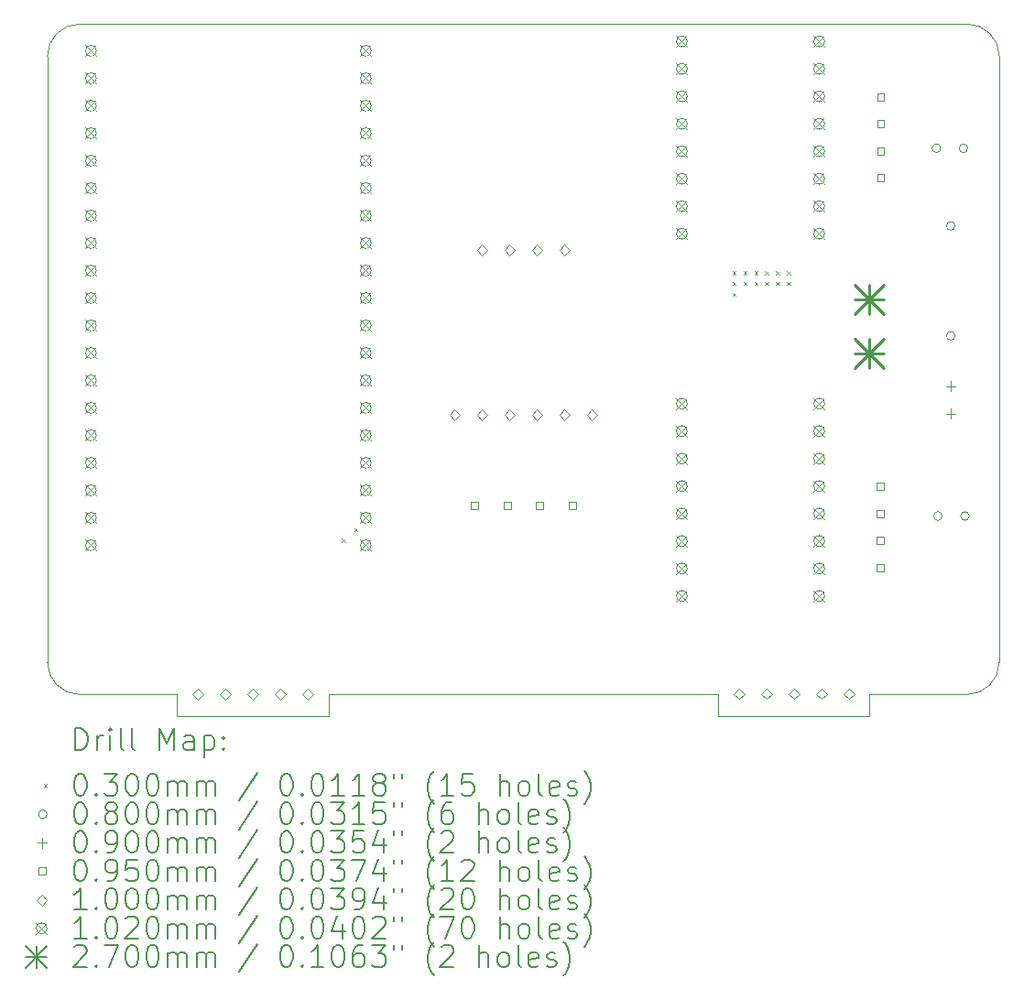
<source format=gbr>
%TF.GenerationSoftware,KiCad,Pcbnew,8.0.4*%
%TF.CreationDate,2024-09-15T13:23:29+10:00*%
%TF.ProjectId,SBR2.1,53425232-2e31-42e6-9b69-6361645f7063,rev?*%
%TF.SameCoordinates,Original*%
%TF.FileFunction,Drillmap*%
%TF.FilePolarity,Positive*%
%FSLAX45Y45*%
G04 Gerber Fmt 4.5, Leading zero omitted, Abs format (unit mm)*
G04 Created by KiCad (PCBNEW 8.0.4) date 2024-09-15 13:23:29*
%MOMM*%
%LPD*%
G01*
G04 APERTURE LIST*
%ADD10C,0.050000*%
%ADD11C,0.200000*%
%ADD12C,0.100000*%
%ADD13C,0.102000*%
%ADD14C,0.270000*%
G04 APERTURE END LIST*
D10*
X8600000Y-10000000D02*
G75*
G02*
X8300000Y-9700000I0J300000D01*
G01*
X14500000Y-10200000D02*
X15900000Y-10200000D01*
X16800000Y-3800000D02*
X8600000Y-3800000D01*
X14500000Y-10000000D02*
X14500000Y-10200000D01*
X15900000Y-10000000D02*
X16800000Y-10000000D01*
X8600000Y-10000000D02*
X9500000Y-10000000D01*
X17100000Y-9700000D02*
G75*
G02*
X16800000Y-10000000I-300000J0D01*
G01*
X9500000Y-10000000D02*
X9500000Y-10200000D01*
X9500000Y-10200000D02*
X10900000Y-10200000D01*
X17100000Y-9700000D02*
X17100000Y-4100000D01*
X16800000Y-3800000D02*
G75*
G02*
X17100000Y-4100000I0J-300000D01*
G01*
X10900000Y-10000000D02*
X14500000Y-10000000D01*
X8300000Y-4100000D02*
G75*
G02*
X8600000Y-3800000I300000J0D01*
G01*
X10900000Y-10200000D02*
X10900000Y-10000000D01*
X8300000Y-4100000D02*
X8300000Y-9700000D01*
X15900000Y-10200000D02*
X15900000Y-10000000D01*
D11*
D12*
X11020000Y-8560000D02*
X11050000Y-8590000D01*
X11050000Y-8560000D02*
X11020000Y-8590000D01*
X11135000Y-8460000D02*
X11165000Y-8490000D01*
X11165000Y-8460000D02*
X11135000Y-8490000D01*
X14635000Y-6085000D02*
X14665000Y-6115000D01*
X14665000Y-6085000D02*
X14635000Y-6115000D01*
X14635000Y-6185000D02*
X14665000Y-6215000D01*
X14665000Y-6185000D02*
X14635000Y-6215000D01*
X14635000Y-6285000D02*
X14665000Y-6315000D01*
X14665000Y-6285000D02*
X14635000Y-6315000D01*
X14735000Y-6085000D02*
X14765000Y-6115000D01*
X14765000Y-6085000D02*
X14735000Y-6115000D01*
X14735000Y-6185000D02*
X14765000Y-6215000D01*
X14765000Y-6185000D02*
X14735000Y-6215000D01*
X14835000Y-6085000D02*
X14865000Y-6115000D01*
X14865000Y-6085000D02*
X14835000Y-6115000D01*
X14835000Y-6185000D02*
X14865000Y-6215000D01*
X14865000Y-6185000D02*
X14835000Y-6215000D01*
X14935000Y-6085000D02*
X14965000Y-6115000D01*
X14965000Y-6085000D02*
X14935000Y-6115000D01*
X14935000Y-6185000D02*
X14965000Y-6215000D01*
X14965000Y-6185000D02*
X14935000Y-6215000D01*
X15035000Y-6085000D02*
X15065000Y-6115000D01*
X15065000Y-6085000D02*
X15035000Y-6115000D01*
X15035000Y-6185000D02*
X15065000Y-6215000D01*
X15065000Y-6185000D02*
X15035000Y-6215000D01*
X15135000Y-6085000D02*
X15165000Y-6115000D01*
X15165000Y-6085000D02*
X15135000Y-6115000D01*
X15135000Y-6185000D02*
X15165000Y-6215000D01*
X15165000Y-6185000D02*
X15135000Y-6215000D01*
X16558238Y-4950000D02*
G75*
G02*
X16478238Y-4950000I-40000J0D01*
G01*
X16478238Y-4950000D02*
G75*
G02*
X16558238Y-4950000I40000J0D01*
G01*
X16571762Y-8350000D02*
G75*
G02*
X16491762Y-8350000I-40000J0D01*
G01*
X16491762Y-8350000D02*
G75*
G02*
X16571762Y-8350000I40000J0D01*
G01*
X16690000Y-5667000D02*
G75*
G02*
X16610000Y-5667000I-40000J0D01*
G01*
X16610000Y-5667000D02*
G75*
G02*
X16690000Y-5667000I40000J0D01*
G01*
X16690000Y-6683000D02*
G75*
G02*
X16610000Y-6683000I-40000J0D01*
G01*
X16610000Y-6683000D02*
G75*
G02*
X16690000Y-6683000I40000J0D01*
G01*
X16808238Y-4950000D02*
G75*
G02*
X16728238Y-4950000I-40000J0D01*
G01*
X16728238Y-4950000D02*
G75*
G02*
X16808238Y-4950000I40000J0D01*
G01*
X16821762Y-8350000D02*
G75*
G02*
X16741762Y-8350000I-40000J0D01*
G01*
X16741762Y-8350000D02*
G75*
G02*
X16821762Y-8350000I40000J0D01*
G01*
X16650000Y-7103500D02*
X16650000Y-7193500D01*
X16605000Y-7148500D02*
X16695000Y-7148500D01*
X16650000Y-7357500D02*
X16650000Y-7447500D01*
X16605000Y-7402500D02*
X16695000Y-7402500D01*
X12283588Y-8283588D02*
X12283588Y-8216412D01*
X12216412Y-8216412D01*
X12216412Y-8283588D01*
X12283588Y-8283588D01*
X12583588Y-8283588D02*
X12583588Y-8216412D01*
X12516412Y-8216412D01*
X12516412Y-8283588D01*
X12583588Y-8283588D01*
X12883588Y-8283588D02*
X12883588Y-8216412D01*
X12816412Y-8216412D01*
X12816412Y-8283588D01*
X12883588Y-8283588D01*
X13183588Y-8283588D02*
X13183588Y-8216412D01*
X13116412Y-8216412D01*
X13116412Y-8283588D01*
X13183588Y-8283588D01*
X16033588Y-8108588D02*
X16033588Y-8041412D01*
X15966412Y-8041412D01*
X15966412Y-8108588D01*
X16033588Y-8108588D01*
X16033588Y-8358588D02*
X16033588Y-8291412D01*
X15966412Y-8291412D01*
X15966412Y-8358588D01*
X16033588Y-8358588D01*
X16033588Y-8608588D02*
X16033588Y-8541412D01*
X15966412Y-8541412D01*
X15966412Y-8608588D01*
X16033588Y-8608588D01*
X16033588Y-8858588D02*
X16033588Y-8791412D01*
X15966412Y-8791412D01*
X15966412Y-8858588D01*
X16033588Y-8858588D01*
X16036088Y-4508588D02*
X16036088Y-4441412D01*
X15968912Y-4441412D01*
X15968912Y-4508588D01*
X16036088Y-4508588D01*
X16036088Y-4758588D02*
X16036088Y-4691412D01*
X15968912Y-4691412D01*
X15968912Y-4758588D01*
X16036088Y-4758588D01*
X16036088Y-5008588D02*
X16036088Y-4941412D01*
X15968912Y-4941412D01*
X15968912Y-5008588D01*
X16036088Y-5008588D01*
X16036088Y-5258588D02*
X16036088Y-5191412D01*
X15968912Y-5191412D01*
X15968912Y-5258588D01*
X16036088Y-5258588D01*
X9689000Y-10047500D02*
X9739000Y-9997500D01*
X9689000Y-9947500D01*
X9639000Y-9997500D01*
X9689000Y-10047500D01*
X9943000Y-10047500D02*
X9993000Y-9997500D01*
X9943000Y-9947500D01*
X9893000Y-9997500D01*
X9943000Y-10047500D01*
X10197000Y-10047500D02*
X10247000Y-9997500D01*
X10197000Y-9947500D01*
X10147000Y-9997500D01*
X10197000Y-10047500D01*
X10451000Y-10047500D02*
X10501000Y-9997500D01*
X10451000Y-9947500D01*
X10401000Y-9997500D01*
X10451000Y-10047500D01*
X10705000Y-10047500D02*
X10755000Y-9997500D01*
X10705000Y-9947500D01*
X10655000Y-9997500D01*
X10705000Y-10047500D01*
X12065000Y-7462000D02*
X12115000Y-7412000D01*
X12065000Y-7362000D01*
X12015000Y-7412000D01*
X12065000Y-7462000D01*
X12319000Y-5938000D02*
X12369000Y-5888000D01*
X12319000Y-5838000D01*
X12269000Y-5888000D01*
X12319000Y-5938000D01*
X12319000Y-7462000D02*
X12369000Y-7412000D01*
X12319000Y-7362000D01*
X12269000Y-7412000D01*
X12319000Y-7462000D01*
X12573000Y-5938000D02*
X12623000Y-5888000D01*
X12573000Y-5838000D01*
X12523000Y-5888000D01*
X12573000Y-5938000D01*
X12573000Y-7462000D02*
X12623000Y-7412000D01*
X12573000Y-7362000D01*
X12523000Y-7412000D01*
X12573000Y-7462000D01*
X12827000Y-5938000D02*
X12877000Y-5888000D01*
X12827000Y-5838000D01*
X12777000Y-5888000D01*
X12827000Y-5938000D01*
X12827000Y-7462000D02*
X12877000Y-7412000D01*
X12827000Y-7362000D01*
X12777000Y-7412000D01*
X12827000Y-7462000D01*
X13081000Y-5938000D02*
X13131000Y-5888000D01*
X13081000Y-5838000D01*
X13031000Y-5888000D01*
X13081000Y-5938000D01*
X13081000Y-7462000D02*
X13131000Y-7412000D01*
X13081000Y-7362000D01*
X13031000Y-7412000D01*
X13081000Y-7462000D01*
X13335000Y-7462000D02*
X13385000Y-7412000D01*
X13335000Y-7362000D01*
X13285000Y-7412000D01*
X13335000Y-7462000D01*
X14698000Y-10042500D02*
X14748000Y-9992500D01*
X14698000Y-9942500D01*
X14648000Y-9992500D01*
X14698000Y-10042500D01*
X14952000Y-10042500D02*
X15002000Y-9992500D01*
X14952000Y-9942500D01*
X14902000Y-9992500D01*
X14952000Y-10042500D01*
X15206000Y-10042500D02*
X15256000Y-9992500D01*
X15206000Y-9942500D01*
X15156000Y-9992500D01*
X15206000Y-10042500D01*
X15460000Y-10042500D02*
X15510000Y-9992500D01*
X15460000Y-9942500D01*
X15410000Y-9992500D01*
X15460000Y-10042500D01*
X15714000Y-10042500D02*
X15764000Y-9992500D01*
X15714000Y-9942500D01*
X15664000Y-9992500D01*
X15714000Y-10042500D01*
D13*
X8651750Y-3997000D02*
X8753750Y-4099000D01*
X8753750Y-3997000D02*
X8651750Y-4099000D01*
X8753750Y-4048000D02*
G75*
G02*
X8651750Y-4048000I-51000J0D01*
G01*
X8651750Y-4048000D02*
G75*
G02*
X8753750Y-4048000I51000J0D01*
G01*
X8651750Y-4251000D02*
X8753750Y-4353000D01*
X8753750Y-4251000D02*
X8651750Y-4353000D01*
X8753750Y-4302000D02*
G75*
G02*
X8651750Y-4302000I-51000J0D01*
G01*
X8651750Y-4302000D02*
G75*
G02*
X8753750Y-4302000I51000J0D01*
G01*
X8651750Y-4505000D02*
X8753750Y-4607000D01*
X8753750Y-4505000D02*
X8651750Y-4607000D01*
X8753750Y-4556000D02*
G75*
G02*
X8651750Y-4556000I-51000J0D01*
G01*
X8651750Y-4556000D02*
G75*
G02*
X8753750Y-4556000I51000J0D01*
G01*
X8651750Y-4759000D02*
X8753750Y-4861000D01*
X8753750Y-4759000D02*
X8651750Y-4861000D01*
X8753750Y-4810000D02*
G75*
G02*
X8651750Y-4810000I-51000J0D01*
G01*
X8651750Y-4810000D02*
G75*
G02*
X8753750Y-4810000I51000J0D01*
G01*
X8651750Y-5013000D02*
X8753750Y-5115000D01*
X8753750Y-5013000D02*
X8651750Y-5115000D01*
X8753750Y-5064000D02*
G75*
G02*
X8651750Y-5064000I-51000J0D01*
G01*
X8651750Y-5064000D02*
G75*
G02*
X8753750Y-5064000I51000J0D01*
G01*
X8651750Y-5267000D02*
X8753750Y-5369000D01*
X8753750Y-5267000D02*
X8651750Y-5369000D01*
X8753750Y-5318000D02*
G75*
G02*
X8651750Y-5318000I-51000J0D01*
G01*
X8651750Y-5318000D02*
G75*
G02*
X8753750Y-5318000I51000J0D01*
G01*
X8651750Y-5521000D02*
X8753750Y-5623000D01*
X8753750Y-5521000D02*
X8651750Y-5623000D01*
X8753750Y-5572000D02*
G75*
G02*
X8651750Y-5572000I-51000J0D01*
G01*
X8651750Y-5572000D02*
G75*
G02*
X8753750Y-5572000I51000J0D01*
G01*
X8651750Y-5775000D02*
X8753750Y-5877000D01*
X8753750Y-5775000D02*
X8651750Y-5877000D01*
X8753750Y-5826000D02*
G75*
G02*
X8651750Y-5826000I-51000J0D01*
G01*
X8651750Y-5826000D02*
G75*
G02*
X8753750Y-5826000I51000J0D01*
G01*
X8651750Y-6029000D02*
X8753750Y-6131000D01*
X8753750Y-6029000D02*
X8651750Y-6131000D01*
X8753750Y-6080000D02*
G75*
G02*
X8651750Y-6080000I-51000J0D01*
G01*
X8651750Y-6080000D02*
G75*
G02*
X8753750Y-6080000I51000J0D01*
G01*
X8651750Y-6283000D02*
X8753750Y-6385000D01*
X8753750Y-6283000D02*
X8651750Y-6385000D01*
X8753750Y-6334000D02*
G75*
G02*
X8651750Y-6334000I-51000J0D01*
G01*
X8651750Y-6334000D02*
G75*
G02*
X8753750Y-6334000I51000J0D01*
G01*
X8651750Y-6537000D02*
X8753750Y-6639000D01*
X8753750Y-6537000D02*
X8651750Y-6639000D01*
X8753750Y-6588000D02*
G75*
G02*
X8651750Y-6588000I-51000J0D01*
G01*
X8651750Y-6588000D02*
G75*
G02*
X8753750Y-6588000I51000J0D01*
G01*
X8651750Y-6791000D02*
X8753750Y-6893000D01*
X8753750Y-6791000D02*
X8651750Y-6893000D01*
X8753750Y-6842000D02*
G75*
G02*
X8651750Y-6842000I-51000J0D01*
G01*
X8651750Y-6842000D02*
G75*
G02*
X8753750Y-6842000I51000J0D01*
G01*
X8651750Y-7045000D02*
X8753750Y-7147000D01*
X8753750Y-7045000D02*
X8651750Y-7147000D01*
X8753750Y-7096000D02*
G75*
G02*
X8651750Y-7096000I-51000J0D01*
G01*
X8651750Y-7096000D02*
G75*
G02*
X8753750Y-7096000I51000J0D01*
G01*
X8651750Y-7299000D02*
X8753750Y-7401000D01*
X8753750Y-7299000D02*
X8651750Y-7401000D01*
X8753750Y-7350000D02*
G75*
G02*
X8651750Y-7350000I-51000J0D01*
G01*
X8651750Y-7350000D02*
G75*
G02*
X8753750Y-7350000I51000J0D01*
G01*
X8651750Y-7553000D02*
X8753750Y-7655000D01*
X8753750Y-7553000D02*
X8651750Y-7655000D01*
X8753750Y-7604000D02*
G75*
G02*
X8651750Y-7604000I-51000J0D01*
G01*
X8651750Y-7604000D02*
G75*
G02*
X8753750Y-7604000I51000J0D01*
G01*
X8651750Y-7807000D02*
X8753750Y-7909000D01*
X8753750Y-7807000D02*
X8651750Y-7909000D01*
X8753750Y-7858000D02*
G75*
G02*
X8651750Y-7858000I-51000J0D01*
G01*
X8651750Y-7858000D02*
G75*
G02*
X8753750Y-7858000I51000J0D01*
G01*
X8651750Y-8061000D02*
X8753750Y-8163000D01*
X8753750Y-8061000D02*
X8651750Y-8163000D01*
X8753750Y-8112000D02*
G75*
G02*
X8651750Y-8112000I-51000J0D01*
G01*
X8651750Y-8112000D02*
G75*
G02*
X8753750Y-8112000I51000J0D01*
G01*
X8651750Y-8315000D02*
X8753750Y-8417000D01*
X8753750Y-8315000D02*
X8651750Y-8417000D01*
X8753750Y-8366000D02*
G75*
G02*
X8651750Y-8366000I-51000J0D01*
G01*
X8651750Y-8366000D02*
G75*
G02*
X8753750Y-8366000I51000J0D01*
G01*
X8651750Y-8569000D02*
X8753750Y-8671000D01*
X8753750Y-8569000D02*
X8651750Y-8671000D01*
X8753750Y-8620000D02*
G75*
G02*
X8651750Y-8620000I-51000J0D01*
G01*
X8651750Y-8620000D02*
G75*
G02*
X8753750Y-8620000I51000J0D01*
G01*
X11191750Y-3997000D02*
X11293750Y-4099000D01*
X11293750Y-3997000D02*
X11191750Y-4099000D01*
X11293750Y-4048000D02*
G75*
G02*
X11191750Y-4048000I-51000J0D01*
G01*
X11191750Y-4048000D02*
G75*
G02*
X11293750Y-4048000I51000J0D01*
G01*
X11191750Y-4251000D02*
X11293750Y-4353000D01*
X11293750Y-4251000D02*
X11191750Y-4353000D01*
X11293750Y-4302000D02*
G75*
G02*
X11191750Y-4302000I-51000J0D01*
G01*
X11191750Y-4302000D02*
G75*
G02*
X11293750Y-4302000I51000J0D01*
G01*
X11191750Y-4505000D02*
X11293750Y-4607000D01*
X11293750Y-4505000D02*
X11191750Y-4607000D01*
X11293750Y-4556000D02*
G75*
G02*
X11191750Y-4556000I-51000J0D01*
G01*
X11191750Y-4556000D02*
G75*
G02*
X11293750Y-4556000I51000J0D01*
G01*
X11191750Y-4759000D02*
X11293750Y-4861000D01*
X11293750Y-4759000D02*
X11191750Y-4861000D01*
X11293750Y-4810000D02*
G75*
G02*
X11191750Y-4810000I-51000J0D01*
G01*
X11191750Y-4810000D02*
G75*
G02*
X11293750Y-4810000I51000J0D01*
G01*
X11191750Y-5013000D02*
X11293750Y-5115000D01*
X11293750Y-5013000D02*
X11191750Y-5115000D01*
X11293750Y-5064000D02*
G75*
G02*
X11191750Y-5064000I-51000J0D01*
G01*
X11191750Y-5064000D02*
G75*
G02*
X11293750Y-5064000I51000J0D01*
G01*
X11191750Y-5267000D02*
X11293750Y-5369000D01*
X11293750Y-5267000D02*
X11191750Y-5369000D01*
X11293750Y-5318000D02*
G75*
G02*
X11191750Y-5318000I-51000J0D01*
G01*
X11191750Y-5318000D02*
G75*
G02*
X11293750Y-5318000I51000J0D01*
G01*
X11191750Y-5521000D02*
X11293750Y-5623000D01*
X11293750Y-5521000D02*
X11191750Y-5623000D01*
X11293750Y-5572000D02*
G75*
G02*
X11191750Y-5572000I-51000J0D01*
G01*
X11191750Y-5572000D02*
G75*
G02*
X11293750Y-5572000I51000J0D01*
G01*
X11191750Y-5775000D02*
X11293750Y-5877000D01*
X11293750Y-5775000D02*
X11191750Y-5877000D01*
X11293750Y-5826000D02*
G75*
G02*
X11191750Y-5826000I-51000J0D01*
G01*
X11191750Y-5826000D02*
G75*
G02*
X11293750Y-5826000I51000J0D01*
G01*
X11191750Y-6029000D02*
X11293750Y-6131000D01*
X11293750Y-6029000D02*
X11191750Y-6131000D01*
X11293750Y-6080000D02*
G75*
G02*
X11191750Y-6080000I-51000J0D01*
G01*
X11191750Y-6080000D02*
G75*
G02*
X11293750Y-6080000I51000J0D01*
G01*
X11191750Y-6283000D02*
X11293750Y-6385000D01*
X11293750Y-6283000D02*
X11191750Y-6385000D01*
X11293750Y-6334000D02*
G75*
G02*
X11191750Y-6334000I-51000J0D01*
G01*
X11191750Y-6334000D02*
G75*
G02*
X11293750Y-6334000I51000J0D01*
G01*
X11191750Y-6537000D02*
X11293750Y-6639000D01*
X11293750Y-6537000D02*
X11191750Y-6639000D01*
X11293750Y-6588000D02*
G75*
G02*
X11191750Y-6588000I-51000J0D01*
G01*
X11191750Y-6588000D02*
G75*
G02*
X11293750Y-6588000I51000J0D01*
G01*
X11191750Y-6791000D02*
X11293750Y-6893000D01*
X11293750Y-6791000D02*
X11191750Y-6893000D01*
X11293750Y-6842000D02*
G75*
G02*
X11191750Y-6842000I-51000J0D01*
G01*
X11191750Y-6842000D02*
G75*
G02*
X11293750Y-6842000I51000J0D01*
G01*
X11191750Y-7045000D02*
X11293750Y-7147000D01*
X11293750Y-7045000D02*
X11191750Y-7147000D01*
X11293750Y-7096000D02*
G75*
G02*
X11191750Y-7096000I-51000J0D01*
G01*
X11191750Y-7096000D02*
G75*
G02*
X11293750Y-7096000I51000J0D01*
G01*
X11191750Y-7299000D02*
X11293750Y-7401000D01*
X11293750Y-7299000D02*
X11191750Y-7401000D01*
X11293750Y-7350000D02*
G75*
G02*
X11191750Y-7350000I-51000J0D01*
G01*
X11191750Y-7350000D02*
G75*
G02*
X11293750Y-7350000I51000J0D01*
G01*
X11191750Y-7553000D02*
X11293750Y-7655000D01*
X11293750Y-7553000D02*
X11191750Y-7655000D01*
X11293750Y-7604000D02*
G75*
G02*
X11191750Y-7604000I-51000J0D01*
G01*
X11191750Y-7604000D02*
G75*
G02*
X11293750Y-7604000I51000J0D01*
G01*
X11191750Y-7807000D02*
X11293750Y-7909000D01*
X11293750Y-7807000D02*
X11191750Y-7909000D01*
X11293750Y-7858000D02*
G75*
G02*
X11191750Y-7858000I-51000J0D01*
G01*
X11191750Y-7858000D02*
G75*
G02*
X11293750Y-7858000I51000J0D01*
G01*
X11191750Y-8061000D02*
X11293750Y-8163000D01*
X11293750Y-8061000D02*
X11191750Y-8163000D01*
X11293750Y-8112000D02*
G75*
G02*
X11191750Y-8112000I-51000J0D01*
G01*
X11191750Y-8112000D02*
G75*
G02*
X11293750Y-8112000I51000J0D01*
G01*
X11191750Y-8315000D02*
X11293750Y-8417000D01*
X11293750Y-8315000D02*
X11191750Y-8417000D01*
X11293750Y-8366000D02*
G75*
G02*
X11191750Y-8366000I-51000J0D01*
G01*
X11191750Y-8366000D02*
G75*
G02*
X11293750Y-8366000I51000J0D01*
G01*
X11191750Y-8569000D02*
X11293750Y-8671000D01*
X11293750Y-8569000D02*
X11191750Y-8671000D01*
X11293750Y-8620000D02*
G75*
G02*
X11191750Y-8620000I-51000J0D01*
G01*
X11191750Y-8620000D02*
G75*
G02*
X11293750Y-8620000I51000J0D01*
G01*
X14114000Y-3910000D02*
X14216000Y-4012000D01*
X14216000Y-3910000D02*
X14114000Y-4012000D01*
X14216000Y-3961000D02*
G75*
G02*
X14114000Y-3961000I-51000J0D01*
G01*
X14114000Y-3961000D02*
G75*
G02*
X14216000Y-3961000I51000J0D01*
G01*
X14114000Y-4164000D02*
X14216000Y-4266000D01*
X14216000Y-4164000D02*
X14114000Y-4266000D01*
X14216000Y-4215000D02*
G75*
G02*
X14114000Y-4215000I-51000J0D01*
G01*
X14114000Y-4215000D02*
G75*
G02*
X14216000Y-4215000I51000J0D01*
G01*
X14114000Y-4418000D02*
X14216000Y-4520000D01*
X14216000Y-4418000D02*
X14114000Y-4520000D01*
X14216000Y-4469000D02*
G75*
G02*
X14114000Y-4469000I-51000J0D01*
G01*
X14114000Y-4469000D02*
G75*
G02*
X14216000Y-4469000I51000J0D01*
G01*
X14114000Y-4672000D02*
X14216000Y-4774000D01*
X14216000Y-4672000D02*
X14114000Y-4774000D01*
X14216000Y-4723000D02*
G75*
G02*
X14114000Y-4723000I-51000J0D01*
G01*
X14114000Y-4723000D02*
G75*
G02*
X14216000Y-4723000I51000J0D01*
G01*
X14114000Y-4926000D02*
X14216000Y-5028000D01*
X14216000Y-4926000D02*
X14114000Y-5028000D01*
X14216000Y-4977000D02*
G75*
G02*
X14114000Y-4977000I-51000J0D01*
G01*
X14114000Y-4977000D02*
G75*
G02*
X14216000Y-4977000I51000J0D01*
G01*
X14114000Y-5180000D02*
X14216000Y-5282000D01*
X14216000Y-5180000D02*
X14114000Y-5282000D01*
X14216000Y-5231000D02*
G75*
G02*
X14114000Y-5231000I-51000J0D01*
G01*
X14114000Y-5231000D02*
G75*
G02*
X14216000Y-5231000I51000J0D01*
G01*
X14114000Y-5434000D02*
X14216000Y-5536000D01*
X14216000Y-5434000D02*
X14114000Y-5536000D01*
X14216000Y-5485000D02*
G75*
G02*
X14114000Y-5485000I-51000J0D01*
G01*
X14114000Y-5485000D02*
G75*
G02*
X14216000Y-5485000I51000J0D01*
G01*
X14114000Y-5688000D02*
X14216000Y-5790000D01*
X14216000Y-5688000D02*
X14114000Y-5790000D01*
X14216000Y-5739000D02*
G75*
G02*
X14114000Y-5739000I-51000J0D01*
G01*
X14114000Y-5739000D02*
G75*
G02*
X14216000Y-5739000I51000J0D01*
G01*
X14114000Y-7260000D02*
X14216000Y-7362000D01*
X14216000Y-7260000D02*
X14114000Y-7362000D01*
X14216000Y-7311000D02*
G75*
G02*
X14114000Y-7311000I-51000J0D01*
G01*
X14114000Y-7311000D02*
G75*
G02*
X14216000Y-7311000I51000J0D01*
G01*
X14114000Y-7514000D02*
X14216000Y-7616000D01*
X14216000Y-7514000D02*
X14114000Y-7616000D01*
X14216000Y-7565000D02*
G75*
G02*
X14114000Y-7565000I-51000J0D01*
G01*
X14114000Y-7565000D02*
G75*
G02*
X14216000Y-7565000I51000J0D01*
G01*
X14114000Y-7768000D02*
X14216000Y-7870000D01*
X14216000Y-7768000D02*
X14114000Y-7870000D01*
X14216000Y-7819000D02*
G75*
G02*
X14114000Y-7819000I-51000J0D01*
G01*
X14114000Y-7819000D02*
G75*
G02*
X14216000Y-7819000I51000J0D01*
G01*
X14114000Y-8022000D02*
X14216000Y-8124000D01*
X14216000Y-8022000D02*
X14114000Y-8124000D01*
X14216000Y-8073000D02*
G75*
G02*
X14114000Y-8073000I-51000J0D01*
G01*
X14114000Y-8073000D02*
G75*
G02*
X14216000Y-8073000I51000J0D01*
G01*
X14114000Y-8276000D02*
X14216000Y-8378000D01*
X14216000Y-8276000D02*
X14114000Y-8378000D01*
X14216000Y-8327000D02*
G75*
G02*
X14114000Y-8327000I-51000J0D01*
G01*
X14114000Y-8327000D02*
G75*
G02*
X14216000Y-8327000I51000J0D01*
G01*
X14114000Y-8530000D02*
X14216000Y-8632000D01*
X14216000Y-8530000D02*
X14114000Y-8632000D01*
X14216000Y-8581000D02*
G75*
G02*
X14114000Y-8581000I-51000J0D01*
G01*
X14114000Y-8581000D02*
G75*
G02*
X14216000Y-8581000I51000J0D01*
G01*
X14114000Y-8784000D02*
X14216000Y-8886000D01*
X14216000Y-8784000D02*
X14114000Y-8886000D01*
X14216000Y-8835000D02*
G75*
G02*
X14114000Y-8835000I-51000J0D01*
G01*
X14114000Y-8835000D02*
G75*
G02*
X14216000Y-8835000I51000J0D01*
G01*
X14114000Y-9038000D02*
X14216000Y-9140000D01*
X14216000Y-9038000D02*
X14114000Y-9140000D01*
X14216000Y-9089000D02*
G75*
G02*
X14114000Y-9089000I-51000J0D01*
G01*
X14114000Y-9089000D02*
G75*
G02*
X14216000Y-9089000I51000J0D01*
G01*
X15384000Y-3910000D02*
X15486000Y-4012000D01*
X15486000Y-3910000D02*
X15384000Y-4012000D01*
X15486000Y-3961000D02*
G75*
G02*
X15384000Y-3961000I-51000J0D01*
G01*
X15384000Y-3961000D02*
G75*
G02*
X15486000Y-3961000I51000J0D01*
G01*
X15384000Y-4164000D02*
X15486000Y-4266000D01*
X15486000Y-4164000D02*
X15384000Y-4266000D01*
X15486000Y-4215000D02*
G75*
G02*
X15384000Y-4215000I-51000J0D01*
G01*
X15384000Y-4215000D02*
G75*
G02*
X15486000Y-4215000I51000J0D01*
G01*
X15384000Y-4418000D02*
X15486000Y-4520000D01*
X15486000Y-4418000D02*
X15384000Y-4520000D01*
X15486000Y-4469000D02*
G75*
G02*
X15384000Y-4469000I-51000J0D01*
G01*
X15384000Y-4469000D02*
G75*
G02*
X15486000Y-4469000I51000J0D01*
G01*
X15384000Y-4672000D02*
X15486000Y-4774000D01*
X15486000Y-4672000D02*
X15384000Y-4774000D01*
X15486000Y-4723000D02*
G75*
G02*
X15384000Y-4723000I-51000J0D01*
G01*
X15384000Y-4723000D02*
G75*
G02*
X15486000Y-4723000I51000J0D01*
G01*
X15384000Y-4926000D02*
X15486000Y-5028000D01*
X15486000Y-4926000D02*
X15384000Y-5028000D01*
X15486000Y-4977000D02*
G75*
G02*
X15384000Y-4977000I-51000J0D01*
G01*
X15384000Y-4977000D02*
G75*
G02*
X15486000Y-4977000I51000J0D01*
G01*
X15384000Y-5180000D02*
X15486000Y-5282000D01*
X15486000Y-5180000D02*
X15384000Y-5282000D01*
X15486000Y-5231000D02*
G75*
G02*
X15384000Y-5231000I-51000J0D01*
G01*
X15384000Y-5231000D02*
G75*
G02*
X15486000Y-5231000I51000J0D01*
G01*
X15384000Y-5434000D02*
X15486000Y-5536000D01*
X15486000Y-5434000D02*
X15384000Y-5536000D01*
X15486000Y-5485000D02*
G75*
G02*
X15384000Y-5485000I-51000J0D01*
G01*
X15384000Y-5485000D02*
G75*
G02*
X15486000Y-5485000I51000J0D01*
G01*
X15384000Y-5688000D02*
X15486000Y-5790000D01*
X15486000Y-5688000D02*
X15384000Y-5790000D01*
X15486000Y-5739000D02*
G75*
G02*
X15384000Y-5739000I-51000J0D01*
G01*
X15384000Y-5739000D02*
G75*
G02*
X15486000Y-5739000I51000J0D01*
G01*
X15384000Y-7260000D02*
X15486000Y-7362000D01*
X15486000Y-7260000D02*
X15384000Y-7362000D01*
X15486000Y-7311000D02*
G75*
G02*
X15384000Y-7311000I-51000J0D01*
G01*
X15384000Y-7311000D02*
G75*
G02*
X15486000Y-7311000I51000J0D01*
G01*
X15384000Y-7514000D02*
X15486000Y-7616000D01*
X15486000Y-7514000D02*
X15384000Y-7616000D01*
X15486000Y-7565000D02*
G75*
G02*
X15384000Y-7565000I-51000J0D01*
G01*
X15384000Y-7565000D02*
G75*
G02*
X15486000Y-7565000I51000J0D01*
G01*
X15384000Y-7768000D02*
X15486000Y-7870000D01*
X15486000Y-7768000D02*
X15384000Y-7870000D01*
X15486000Y-7819000D02*
G75*
G02*
X15384000Y-7819000I-51000J0D01*
G01*
X15384000Y-7819000D02*
G75*
G02*
X15486000Y-7819000I51000J0D01*
G01*
X15384000Y-8022000D02*
X15486000Y-8124000D01*
X15486000Y-8022000D02*
X15384000Y-8124000D01*
X15486000Y-8073000D02*
G75*
G02*
X15384000Y-8073000I-51000J0D01*
G01*
X15384000Y-8073000D02*
G75*
G02*
X15486000Y-8073000I51000J0D01*
G01*
X15384000Y-8276000D02*
X15486000Y-8378000D01*
X15486000Y-8276000D02*
X15384000Y-8378000D01*
X15486000Y-8327000D02*
G75*
G02*
X15384000Y-8327000I-51000J0D01*
G01*
X15384000Y-8327000D02*
G75*
G02*
X15486000Y-8327000I51000J0D01*
G01*
X15384000Y-8530000D02*
X15486000Y-8632000D01*
X15486000Y-8530000D02*
X15384000Y-8632000D01*
X15486000Y-8581000D02*
G75*
G02*
X15384000Y-8581000I-51000J0D01*
G01*
X15384000Y-8581000D02*
G75*
G02*
X15486000Y-8581000I51000J0D01*
G01*
X15384000Y-8784000D02*
X15486000Y-8886000D01*
X15486000Y-8784000D02*
X15384000Y-8886000D01*
X15486000Y-8835000D02*
G75*
G02*
X15384000Y-8835000I-51000J0D01*
G01*
X15384000Y-8835000D02*
G75*
G02*
X15486000Y-8835000I51000J0D01*
G01*
X15384000Y-9038000D02*
X15486000Y-9140000D01*
X15486000Y-9038000D02*
X15384000Y-9140000D01*
X15486000Y-9089000D02*
G75*
G02*
X15384000Y-9089000I-51000J0D01*
G01*
X15384000Y-9089000D02*
G75*
G02*
X15486000Y-9089000I51000J0D01*
G01*
D14*
X15765000Y-6215000D02*
X16035000Y-6485000D01*
X16035000Y-6215000D02*
X15765000Y-6485000D01*
X15900000Y-6215000D02*
X15900000Y-6485000D01*
X15765000Y-6350000D02*
X16035000Y-6350000D01*
X15765000Y-6715000D02*
X16035000Y-6985000D01*
X16035000Y-6715000D02*
X15765000Y-6985000D01*
X15900000Y-6715000D02*
X15900000Y-6985000D01*
X15765000Y-6850000D02*
X16035000Y-6850000D01*
D11*
X8558277Y-10513984D02*
X8558277Y-10313984D01*
X8558277Y-10313984D02*
X8605896Y-10313984D01*
X8605896Y-10313984D02*
X8634467Y-10323508D01*
X8634467Y-10323508D02*
X8653515Y-10342555D01*
X8653515Y-10342555D02*
X8663039Y-10361603D01*
X8663039Y-10361603D02*
X8672563Y-10399698D01*
X8672563Y-10399698D02*
X8672563Y-10428270D01*
X8672563Y-10428270D02*
X8663039Y-10466365D01*
X8663039Y-10466365D02*
X8653515Y-10485412D01*
X8653515Y-10485412D02*
X8634467Y-10504460D01*
X8634467Y-10504460D02*
X8605896Y-10513984D01*
X8605896Y-10513984D02*
X8558277Y-10513984D01*
X8758277Y-10513984D02*
X8758277Y-10380650D01*
X8758277Y-10418746D02*
X8767801Y-10399698D01*
X8767801Y-10399698D02*
X8777324Y-10390174D01*
X8777324Y-10390174D02*
X8796372Y-10380650D01*
X8796372Y-10380650D02*
X8815420Y-10380650D01*
X8882086Y-10513984D02*
X8882086Y-10380650D01*
X8882086Y-10313984D02*
X8872563Y-10323508D01*
X8872563Y-10323508D02*
X8882086Y-10333031D01*
X8882086Y-10333031D02*
X8891610Y-10323508D01*
X8891610Y-10323508D02*
X8882086Y-10313984D01*
X8882086Y-10313984D02*
X8882086Y-10333031D01*
X9005896Y-10513984D02*
X8986848Y-10504460D01*
X8986848Y-10504460D02*
X8977324Y-10485412D01*
X8977324Y-10485412D02*
X8977324Y-10313984D01*
X9110658Y-10513984D02*
X9091610Y-10504460D01*
X9091610Y-10504460D02*
X9082086Y-10485412D01*
X9082086Y-10485412D02*
X9082086Y-10313984D01*
X9339229Y-10513984D02*
X9339229Y-10313984D01*
X9339229Y-10313984D02*
X9405896Y-10456841D01*
X9405896Y-10456841D02*
X9472563Y-10313984D01*
X9472563Y-10313984D02*
X9472563Y-10513984D01*
X9653515Y-10513984D02*
X9653515Y-10409222D01*
X9653515Y-10409222D02*
X9643991Y-10390174D01*
X9643991Y-10390174D02*
X9624944Y-10380650D01*
X9624944Y-10380650D02*
X9586848Y-10380650D01*
X9586848Y-10380650D02*
X9567801Y-10390174D01*
X9653515Y-10504460D02*
X9634467Y-10513984D01*
X9634467Y-10513984D02*
X9586848Y-10513984D01*
X9586848Y-10513984D02*
X9567801Y-10504460D01*
X9567801Y-10504460D02*
X9558277Y-10485412D01*
X9558277Y-10485412D02*
X9558277Y-10466365D01*
X9558277Y-10466365D02*
X9567801Y-10447317D01*
X9567801Y-10447317D02*
X9586848Y-10437793D01*
X9586848Y-10437793D02*
X9634467Y-10437793D01*
X9634467Y-10437793D02*
X9653515Y-10428270D01*
X9748753Y-10380650D02*
X9748753Y-10580650D01*
X9748753Y-10390174D02*
X9767801Y-10380650D01*
X9767801Y-10380650D02*
X9805896Y-10380650D01*
X9805896Y-10380650D02*
X9824944Y-10390174D01*
X9824944Y-10390174D02*
X9834467Y-10399698D01*
X9834467Y-10399698D02*
X9843991Y-10418746D01*
X9843991Y-10418746D02*
X9843991Y-10475889D01*
X9843991Y-10475889D02*
X9834467Y-10494936D01*
X9834467Y-10494936D02*
X9824944Y-10504460D01*
X9824944Y-10504460D02*
X9805896Y-10513984D01*
X9805896Y-10513984D02*
X9767801Y-10513984D01*
X9767801Y-10513984D02*
X9748753Y-10504460D01*
X9929705Y-10494936D02*
X9939229Y-10504460D01*
X9939229Y-10504460D02*
X9929705Y-10513984D01*
X9929705Y-10513984D02*
X9920182Y-10504460D01*
X9920182Y-10504460D02*
X9929705Y-10494936D01*
X9929705Y-10494936D02*
X9929705Y-10513984D01*
X9929705Y-10390174D02*
X9939229Y-10399698D01*
X9939229Y-10399698D02*
X9929705Y-10409222D01*
X9929705Y-10409222D02*
X9920182Y-10399698D01*
X9920182Y-10399698D02*
X9929705Y-10390174D01*
X9929705Y-10390174D02*
X9929705Y-10409222D01*
D12*
X8267500Y-10827500D02*
X8297500Y-10857500D01*
X8297500Y-10827500D02*
X8267500Y-10857500D01*
D11*
X8596372Y-10733984D02*
X8615420Y-10733984D01*
X8615420Y-10733984D02*
X8634467Y-10743508D01*
X8634467Y-10743508D02*
X8643991Y-10753031D01*
X8643991Y-10753031D02*
X8653515Y-10772079D01*
X8653515Y-10772079D02*
X8663039Y-10810174D01*
X8663039Y-10810174D02*
X8663039Y-10857793D01*
X8663039Y-10857793D02*
X8653515Y-10895889D01*
X8653515Y-10895889D02*
X8643991Y-10914936D01*
X8643991Y-10914936D02*
X8634467Y-10924460D01*
X8634467Y-10924460D02*
X8615420Y-10933984D01*
X8615420Y-10933984D02*
X8596372Y-10933984D01*
X8596372Y-10933984D02*
X8577324Y-10924460D01*
X8577324Y-10924460D02*
X8567801Y-10914936D01*
X8567801Y-10914936D02*
X8558277Y-10895889D01*
X8558277Y-10895889D02*
X8548753Y-10857793D01*
X8548753Y-10857793D02*
X8548753Y-10810174D01*
X8548753Y-10810174D02*
X8558277Y-10772079D01*
X8558277Y-10772079D02*
X8567801Y-10753031D01*
X8567801Y-10753031D02*
X8577324Y-10743508D01*
X8577324Y-10743508D02*
X8596372Y-10733984D01*
X8748753Y-10914936D02*
X8758277Y-10924460D01*
X8758277Y-10924460D02*
X8748753Y-10933984D01*
X8748753Y-10933984D02*
X8739229Y-10924460D01*
X8739229Y-10924460D02*
X8748753Y-10914936D01*
X8748753Y-10914936D02*
X8748753Y-10933984D01*
X8824944Y-10733984D02*
X8948753Y-10733984D01*
X8948753Y-10733984D02*
X8882086Y-10810174D01*
X8882086Y-10810174D02*
X8910658Y-10810174D01*
X8910658Y-10810174D02*
X8929705Y-10819698D01*
X8929705Y-10819698D02*
X8939229Y-10829222D01*
X8939229Y-10829222D02*
X8948753Y-10848270D01*
X8948753Y-10848270D02*
X8948753Y-10895889D01*
X8948753Y-10895889D02*
X8939229Y-10914936D01*
X8939229Y-10914936D02*
X8929705Y-10924460D01*
X8929705Y-10924460D02*
X8910658Y-10933984D01*
X8910658Y-10933984D02*
X8853515Y-10933984D01*
X8853515Y-10933984D02*
X8834467Y-10924460D01*
X8834467Y-10924460D02*
X8824944Y-10914936D01*
X9072563Y-10733984D02*
X9091610Y-10733984D01*
X9091610Y-10733984D02*
X9110658Y-10743508D01*
X9110658Y-10743508D02*
X9120182Y-10753031D01*
X9120182Y-10753031D02*
X9129705Y-10772079D01*
X9129705Y-10772079D02*
X9139229Y-10810174D01*
X9139229Y-10810174D02*
X9139229Y-10857793D01*
X9139229Y-10857793D02*
X9129705Y-10895889D01*
X9129705Y-10895889D02*
X9120182Y-10914936D01*
X9120182Y-10914936D02*
X9110658Y-10924460D01*
X9110658Y-10924460D02*
X9091610Y-10933984D01*
X9091610Y-10933984D02*
X9072563Y-10933984D01*
X9072563Y-10933984D02*
X9053515Y-10924460D01*
X9053515Y-10924460D02*
X9043991Y-10914936D01*
X9043991Y-10914936D02*
X9034467Y-10895889D01*
X9034467Y-10895889D02*
X9024944Y-10857793D01*
X9024944Y-10857793D02*
X9024944Y-10810174D01*
X9024944Y-10810174D02*
X9034467Y-10772079D01*
X9034467Y-10772079D02*
X9043991Y-10753031D01*
X9043991Y-10753031D02*
X9053515Y-10743508D01*
X9053515Y-10743508D02*
X9072563Y-10733984D01*
X9263039Y-10733984D02*
X9282086Y-10733984D01*
X9282086Y-10733984D02*
X9301134Y-10743508D01*
X9301134Y-10743508D02*
X9310658Y-10753031D01*
X9310658Y-10753031D02*
X9320182Y-10772079D01*
X9320182Y-10772079D02*
X9329705Y-10810174D01*
X9329705Y-10810174D02*
X9329705Y-10857793D01*
X9329705Y-10857793D02*
X9320182Y-10895889D01*
X9320182Y-10895889D02*
X9310658Y-10914936D01*
X9310658Y-10914936D02*
X9301134Y-10924460D01*
X9301134Y-10924460D02*
X9282086Y-10933984D01*
X9282086Y-10933984D02*
X9263039Y-10933984D01*
X9263039Y-10933984D02*
X9243991Y-10924460D01*
X9243991Y-10924460D02*
X9234467Y-10914936D01*
X9234467Y-10914936D02*
X9224944Y-10895889D01*
X9224944Y-10895889D02*
X9215420Y-10857793D01*
X9215420Y-10857793D02*
X9215420Y-10810174D01*
X9215420Y-10810174D02*
X9224944Y-10772079D01*
X9224944Y-10772079D02*
X9234467Y-10753031D01*
X9234467Y-10753031D02*
X9243991Y-10743508D01*
X9243991Y-10743508D02*
X9263039Y-10733984D01*
X9415420Y-10933984D02*
X9415420Y-10800650D01*
X9415420Y-10819698D02*
X9424944Y-10810174D01*
X9424944Y-10810174D02*
X9443991Y-10800650D01*
X9443991Y-10800650D02*
X9472563Y-10800650D01*
X9472563Y-10800650D02*
X9491610Y-10810174D01*
X9491610Y-10810174D02*
X9501134Y-10829222D01*
X9501134Y-10829222D02*
X9501134Y-10933984D01*
X9501134Y-10829222D02*
X9510658Y-10810174D01*
X9510658Y-10810174D02*
X9529705Y-10800650D01*
X9529705Y-10800650D02*
X9558277Y-10800650D01*
X9558277Y-10800650D02*
X9577325Y-10810174D01*
X9577325Y-10810174D02*
X9586848Y-10829222D01*
X9586848Y-10829222D02*
X9586848Y-10933984D01*
X9682086Y-10933984D02*
X9682086Y-10800650D01*
X9682086Y-10819698D02*
X9691610Y-10810174D01*
X9691610Y-10810174D02*
X9710658Y-10800650D01*
X9710658Y-10800650D02*
X9739229Y-10800650D01*
X9739229Y-10800650D02*
X9758277Y-10810174D01*
X9758277Y-10810174D02*
X9767801Y-10829222D01*
X9767801Y-10829222D02*
X9767801Y-10933984D01*
X9767801Y-10829222D02*
X9777325Y-10810174D01*
X9777325Y-10810174D02*
X9796372Y-10800650D01*
X9796372Y-10800650D02*
X9824944Y-10800650D01*
X9824944Y-10800650D02*
X9843991Y-10810174D01*
X9843991Y-10810174D02*
X9853515Y-10829222D01*
X9853515Y-10829222D02*
X9853515Y-10933984D01*
X10243991Y-10724460D02*
X10072563Y-10981603D01*
X10501134Y-10733984D02*
X10520182Y-10733984D01*
X10520182Y-10733984D02*
X10539229Y-10743508D01*
X10539229Y-10743508D02*
X10548753Y-10753031D01*
X10548753Y-10753031D02*
X10558277Y-10772079D01*
X10558277Y-10772079D02*
X10567801Y-10810174D01*
X10567801Y-10810174D02*
X10567801Y-10857793D01*
X10567801Y-10857793D02*
X10558277Y-10895889D01*
X10558277Y-10895889D02*
X10548753Y-10914936D01*
X10548753Y-10914936D02*
X10539229Y-10924460D01*
X10539229Y-10924460D02*
X10520182Y-10933984D01*
X10520182Y-10933984D02*
X10501134Y-10933984D01*
X10501134Y-10933984D02*
X10482087Y-10924460D01*
X10482087Y-10924460D02*
X10472563Y-10914936D01*
X10472563Y-10914936D02*
X10463039Y-10895889D01*
X10463039Y-10895889D02*
X10453515Y-10857793D01*
X10453515Y-10857793D02*
X10453515Y-10810174D01*
X10453515Y-10810174D02*
X10463039Y-10772079D01*
X10463039Y-10772079D02*
X10472563Y-10753031D01*
X10472563Y-10753031D02*
X10482087Y-10743508D01*
X10482087Y-10743508D02*
X10501134Y-10733984D01*
X10653515Y-10914936D02*
X10663039Y-10924460D01*
X10663039Y-10924460D02*
X10653515Y-10933984D01*
X10653515Y-10933984D02*
X10643991Y-10924460D01*
X10643991Y-10924460D02*
X10653515Y-10914936D01*
X10653515Y-10914936D02*
X10653515Y-10933984D01*
X10786848Y-10733984D02*
X10805896Y-10733984D01*
X10805896Y-10733984D02*
X10824944Y-10743508D01*
X10824944Y-10743508D02*
X10834468Y-10753031D01*
X10834468Y-10753031D02*
X10843991Y-10772079D01*
X10843991Y-10772079D02*
X10853515Y-10810174D01*
X10853515Y-10810174D02*
X10853515Y-10857793D01*
X10853515Y-10857793D02*
X10843991Y-10895889D01*
X10843991Y-10895889D02*
X10834468Y-10914936D01*
X10834468Y-10914936D02*
X10824944Y-10924460D01*
X10824944Y-10924460D02*
X10805896Y-10933984D01*
X10805896Y-10933984D02*
X10786848Y-10933984D01*
X10786848Y-10933984D02*
X10767801Y-10924460D01*
X10767801Y-10924460D02*
X10758277Y-10914936D01*
X10758277Y-10914936D02*
X10748753Y-10895889D01*
X10748753Y-10895889D02*
X10739229Y-10857793D01*
X10739229Y-10857793D02*
X10739229Y-10810174D01*
X10739229Y-10810174D02*
X10748753Y-10772079D01*
X10748753Y-10772079D02*
X10758277Y-10753031D01*
X10758277Y-10753031D02*
X10767801Y-10743508D01*
X10767801Y-10743508D02*
X10786848Y-10733984D01*
X11043991Y-10933984D02*
X10929706Y-10933984D01*
X10986848Y-10933984D02*
X10986848Y-10733984D01*
X10986848Y-10733984D02*
X10967801Y-10762555D01*
X10967801Y-10762555D02*
X10948753Y-10781603D01*
X10948753Y-10781603D02*
X10929706Y-10791127D01*
X11234467Y-10933984D02*
X11120182Y-10933984D01*
X11177325Y-10933984D02*
X11177325Y-10733984D01*
X11177325Y-10733984D02*
X11158277Y-10762555D01*
X11158277Y-10762555D02*
X11139229Y-10781603D01*
X11139229Y-10781603D02*
X11120182Y-10791127D01*
X11348753Y-10819698D02*
X11329706Y-10810174D01*
X11329706Y-10810174D02*
X11320182Y-10800650D01*
X11320182Y-10800650D02*
X11310658Y-10781603D01*
X11310658Y-10781603D02*
X11310658Y-10772079D01*
X11310658Y-10772079D02*
X11320182Y-10753031D01*
X11320182Y-10753031D02*
X11329706Y-10743508D01*
X11329706Y-10743508D02*
X11348753Y-10733984D01*
X11348753Y-10733984D02*
X11386848Y-10733984D01*
X11386848Y-10733984D02*
X11405896Y-10743508D01*
X11405896Y-10743508D02*
X11415420Y-10753031D01*
X11415420Y-10753031D02*
X11424944Y-10772079D01*
X11424944Y-10772079D02*
X11424944Y-10781603D01*
X11424944Y-10781603D02*
X11415420Y-10800650D01*
X11415420Y-10800650D02*
X11405896Y-10810174D01*
X11405896Y-10810174D02*
X11386848Y-10819698D01*
X11386848Y-10819698D02*
X11348753Y-10819698D01*
X11348753Y-10819698D02*
X11329706Y-10829222D01*
X11329706Y-10829222D02*
X11320182Y-10838746D01*
X11320182Y-10838746D02*
X11310658Y-10857793D01*
X11310658Y-10857793D02*
X11310658Y-10895889D01*
X11310658Y-10895889D02*
X11320182Y-10914936D01*
X11320182Y-10914936D02*
X11329706Y-10924460D01*
X11329706Y-10924460D02*
X11348753Y-10933984D01*
X11348753Y-10933984D02*
X11386848Y-10933984D01*
X11386848Y-10933984D02*
X11405896Y-10924460D01*
X11405896Y-10924460D02*
X11415420Y-10914936D01*
X11415420Y-10914936D02*
X11424944Y-10895889D01*
X11424944Y-10895889D02*
X11424944Y-10857793D01*
X11424944Y-10857793D02*
X11415420Y-10838746D01*
X11415420Y-10838746D02*
X11405896Y-10829222D01*
X11405896Y-10829222D02*
X11386848Y-10819698D01*
X11501134Y-10733984D02*
X11501134Y-10772079D01*
X11577325Y-10733984D02*
X11577325Y-10772079D01*
X11872563Y-11010174D02*
X11863039Y-11000650D01*
X11863039Y-11000650D02*
X11843991Y-10972079D01*
X11843991Y-10972079D02*
X11834468Y-10953031D01*
X11834468Y-10953031D02*
X11824944Y-10924460D01*
X11824944Y-10924460D02*
X11815420Y-10876841D01*
X11815420Y-10876841D02*
X11815420Y-10838746D01*
X11815420Y-10838746D02*
X11824944Y-10791127D01*
X11824944Y-10791127D02*
X11834468Y-10762555D01*
X11834468Y-10762555D02*
X11843991Y-10743508D01*
X11843991Y-10743508D02*
X11863039Y-10714936D01*
X11863039Y-10714936D02*
X11872563Y-10705412D01*
X12053515Y-10933984D02*
X11939229Y-10933984D01*
X11996372Y-10933984D02*
X11996372Y-10733984D01*
X11996372Y-10733984D02*
X11977325Y-10762555D01*
X11977325Y-10762555D02*
X11958277Y-10781603D01*
X11958277Y-10781603D02*
X11939229Y-10791127D01*
X12234468Y-10733984D02*
X12139229Y-10733984D01*
X12139229Y-10733984D02*
X12129706Y-10829222D01*
X12129706Y-10829222D02*
X12139229Y-10819698D01*
X12139229Y-10819698D02*
X12158277Y-10810174D01*
X12158277Y-10810174D02*
X12205896Y-10810174D01*
X12205896Y-10810174D02*
X12224944Y-10819698D01*
X12224944Y-10819698D02*
X12234468Y-10829222D01*
X12234468Y-10829222D02*
X12243991Y-10848270D01*
X12243991Y-10848270D02*
X12243991Y-10895889D01*
X12243991Y-10895889D02*
X12234468Y-10914936D01*
X12234468Y-10914936D02*
X12224944Y-10924460D01*
X12224944Y-10924460D02*
X12205896Y-10933984D01*
X12205896Y-10933984D02*
X12158277Y-10933984D01*
X12158277Y-10933984D02*
X12139229Y-10924460D01*
X12139229Y-10924460D02*
X12129706Y-10914936D01*
X12482087Y-10933984D02*
X12482087Y-10733984D01*
X12567801Y-10933984D02*
X12567801Y-10829222D01*
X12567801Y-10829222D02*
X12558277Y-10810174D01*
X12558277Y-10810174D02*
X12539230Y-10800650D01*
X12539230Y-10800650D02*
X12510658Y-10800650D01*
X12510658Y-10800650D02*
X12491610Y-10810174D01*
X12491610Y-10810174D02*
X12482087Y-10819698D01*
X12691610Y-10933984D02*
X12672563Y-10924460D01*
X12672563Y-10924460D02*
X12663039Y-10914936D01*
X12663039Y-10914936D02*
X12653515Y-10895889D01*
X12653515Y-10895889D02*
X12653515Y-10838746D01*
X12653515Y-10838746D02*
X12663039Y-10819698D01*
X12663039Y-10819698D02*
X12672563Y-10810174D01*
X12672563Y-10810174D02*
X12691610Y-10800650D01*
X12691610Y-10800650D02*
X12720182Y-10800650D01*
X12720182Y-10800650D02*
X12739230Y-10810174D01*
X12739230Y-10810174D02*
X12748753Y-10819698D01*
X12748753Y-10819698D02*
X12758277Y-10838746D01*
X12758277Y-10838746D02*
X12758277Y-10895889D01*
X12758277Y-10895889D02*
X12748753Y-10914936D01*
X12748753Y-10914936D02*
X12739230Y-10924460D01*
X12739230Y-10924460D02*
X12720182Y-10933984D01*
X12720182Y-10933984D02*
X12691610Y-10933984D01*
X12872563Y-10933984D02*
X12853515Y-10924460D01*
X12853515Y-10924460D02*
X12843991Y-10905412D01*
X12843991Y-10905412D02*
X12843991Y-10733984D01*
X13024944Y-10924460D02*
X13005896Y-10933984D01*
X13005896Y-10933984D02*
X12967801Y-10933984D01*
X12967801Y-10933984D02*
X12948753Y-10924460D01*
X12948753Y-10924460D02*
X12939230Y-10905412D01*
X12939230Y-10905412D02*
X12939230Y-10829222D01*
X12939230Y-10829222D02*
X12948753Y-10810174D01*
X12948753Y-10810174D02*
X12967801Y-10800650D01*
X12967801Y-10800650D02*
X13005896Y-10800650D01*
X13005896Y-10800650D02*
X13024944Y-10810174D01*
X13024944Y-10810174D02*
X13034468Y-10829222D01*
X13034468Y-10829222D02*
X13034468Y-10848270D01*
X13034468Y-10848270D02*
X12939230Y-10867317D01*
X13110658Y-10924460D02*
X13129706Y-10933984D01*
X13129706Y-10933984D02*
X13167801Y-10933984D01*
X13167801Y-10933984D02*
X13186849Y-10924460D01*
X13186849Y-10924460D02*
X13196372Y-10905412D01*
X13196372Y-10905412D02*
X13196372Y-10895889D01*
X13196372Y-10895889D02*
X13186849Y-10876841D01*
X13186849Y-10876841D02*
X13167801Y-10867317D01*
X13167801Y-10867317D02*
X13139230Y-10867317D01*
X13139230Y-10867317D02*
X13120182Y-10857793D01*
X13120182Y-10857793D02*
X13110658Y-10838746D01*
X13110658Y-10838746D02*
X13110658Y-10829222D01*
X13110658Y-10829222D02*
X13120182Y-10810174D01*
X13120182Y-10810174D02*
X13139230Y-10800650D01*
X13139230Y-10800650D02*
X13167801Y-10800650D01*
X13167801Y-10800650D02*
X13186849Y-10810174D01*
X13263039Y-11010174D02*
X13272563Y-11000650D01*
X13272563Y-11000650D02*
X13291611Y-10972079D01*
X13291611Y-10972079D02*
X13301134Y-10953031D01*
X13301134Y-10953031D02*
X13310658Y-10924460D01*
X13310658Y-10924460D02*
X13320182Y-10876841D01*
X13320182Y-10876841D02*
X13320182Y-10838746D01*
X13320182Y-10838746D02*
X13310658Y-10791127D01*
X13310658Y-10791127D02*
X13301134Y-10762555D01*
X13301134Y-10762555D02*
X13291611Y-10743508D01*
X13291611Y-10743508D02*
X13272563Y-10714936D01*
X13272563Y-10714936D02*
X13263039Y-10705412D01*
D12*
X8297500Y-11106500D02*
G75*
G02*
X8217500Y-11106500I-40000J0D01*
G01*
X8217500Y-11106500D02*
G75*
G02*
X8297500Y-11106500I40000J0D01*
G01*
D11*
X8596372Y-10997984D02*
X8615420Y-10997984D01*
X8615420Y-10997984D02*
X8634467Y-11007508D01*
X8634467Y-11007508D02*
X8643991Y-11017031D01*
X8643991Y-11017031D02*
X8653515Y-11036079D01*
X8653515Y-11036079D02*
X8663039Y-11074174D01*
X8663039Y-11074174D02*
X8663039Y-11121793D01*
X8663039Y-11121793D02*
X8653515Y-11159889D01*
X8653515Y-11159889D02*
X8643991Y-11178936D01*
X8643991Y-11178936D02*
X8634467Y-11188460D01*
X8634467Y-11188460D02*
X8615420Y-11197984D01*
X8615420Y-11197984D02*
X8596372Y-11197984D01*
X8596372Y-11197984D02*
X8577324Y-11188460D01*
X8577324Y-11188460D02*
X8567801Y-11178936D01*
X8567801Y-11178936D02*
X8558277Y-11159889D01*
X8558277Y-11159889D02*
X8548753Y-11121793D01*
X8548753Y-11121793D02*
X8548753Y-11074174D01*
X8548753Y-11074174D02*
X8558277Y-11036079D01*
X8558277Y-11036079D02*
X8567801Y-11017031D01*
X8567801Y-11017031D02*
X8577324Y-11007508D01*
X8577324Y-11007508D02*
X8596372Y-10997984D01*
X8748753Y-11178936D02*
X8758277Y-11188460D01*
X8758277Y-11188460D02*
X8748753Y-11197984D01*
X8748753Y-11197984D02*
X8739229Y-11188460D01*
X8739229Y-11188460D02*
X8748753Y-11178936D01*
X8748753Y-11178936D02*
X8748753Y-11197984D01*
X8872563Y-11083698D02*
X8853515Y-11074174D01*
X8853515Y-11074174D02*
X8843991Y-11064650D01*
X8843991Y-11064650D02*
X8834467Y-11045603D01*
X8834467Y-11045603D02*
X8834467Y-11036079D01*
X8834467Y-11036079D02*
X8843991Y-11017031D01*
X8843991Y-11017031D02*
X8853515Y-11007508D01*
X8853515Y-11007508D02*
X8872563Y-10997984D01*
X8872563Y-10997984D02*
X8910658Y-10997984D01*
X8910658Y-10997984D02*
X8929705Y-11007508D01*
X8929705Y-11007508D02*
X8939229Y-11017031D01*
X8939229Y-11017031D02*
X8948753Y-11036079D01*
X8948753Y-11036079D02*
X8948753Y-11045603D01*
X8948753Y-11045603D02*
X8939229Y-11064650D01*
X8939229Y-11064650D02*
X8929705Y-11074174D01*
X8929705Y-11074174D02*
X8910658Y-11083698D01*
X8910658Y-11083698D02*
X8872563Y-11083698D01*
X8872563Y-11083698D02*
X8853515Y-11093222D01*
X8853515Y-11093222D02*
X8843991Y-11102746D01*
X8843991Y-11102746D02*
X8834467Y-11121793D01*
X8834467Y-11121793D02*
X8834467Y-11159889D01*
X8834467Y-11159889D02*
X8843991Y-11178936D01*
X8843991Y-11178936D02*
X8853515Y-11188460D01*
X8853515Y-11188460D02*
X8872563Y-11197984D01*
X8872563Y-11197984D02*
X8910658Y-11197984D01*
X8910658Y-11197984D02*
X8929705Y-11188460D01*
X8929705Y-11188460D02*
X8939229Y-11178936D01*
X8939229Y-11178936D02*
X8948753Y-11159889D01*
X8948753Y-11159889D02*
X8948753Y-11121793D01*
X8948753Y-11121793D02*
X8939229Y-11102746D01*
X8939229Y-11102746D02*
X8929705Y-11093222D01*
X8929705Y-11093222D02*
X8910658Y-11083698D01*
X9072563Y-10997984D02*
X9091610Y-10997984D01*
X9091610Y-10997984D02*
X9110658Y-11007508D01*
X9110658Y-11007508D02*
X9120182Y-11017031D01*
X9120182Y-11017031D02*
X9129705Y-11036079D01*
X9129705Y-11036079D02*
X9139229Y-11074174D01*
X9139229Y-11074174D02*
X9139229Y-11121793D01*
X9139229Y-11121793D02*
X9129705Y-11159889D01*
X9129705Y-11159889D02*
X9120182Y-11178936D01*
X9120182Y-11178936D02*
X9110658Y-11188460D01*
X9110658Y-11188460D02*
X9091610Y-11197984D01*
X9091610Y-11197984D02*
X9072563Y-11197984D01*
X9072563Y-11197984D02*
X9053515Y-11188460D01*
X9053515Y-11188460D02*
X9043991Y-11178936D01*
X9043991Y-11178936D02*
X9034467Y-11159889D01*
X9034467Y-11159889D02*
X9024944Y-11121793D01*
X9024944Y-11121793D02*
X9024944Y-11074174D01*
X9024944Y-11074174D02*
X9034467Y-11036079D01*
X9034467Y-11036079D02*
X9043991Y-11017031D01*
X9043991Y-11017031D02*
X9053515Y-11007508D01*
X9053515Y-11007508D02*
X9072563Y-10997984D01*
X9263039Y-10997984D02*
X9282086Y-10997984D01*
X9282086Y-10997984D02*
X9301134Y-11007508D01*
X9301134Y-11007508D02*
X9310658Y-11017031D01*
X9310658Y-11017031D02*
X9320182Y-11036079D01*
X9320182Y-11036079D02*
X9329705Y-11074174D01*
X9329705Y-11074174D02*
X9329705Y-11121793D01*
X9329705Y-11121793D02*
X9320182Y-11159889D01*
X9320182Y-11159889D02*
X9310658Y-11178936D01*
X9310658Y-11178936D02*
X9301134Y-11188460D01*
X9301134Y-11188460D02*
X9282086Y-11197984D01*
X9282086Y-11197984D02*
X9263039Y-11197984D01*
X9263039Y-11197984D02*
X9243991Y-11188460D01*
X9243991Y-11188460D02*
X9234467Y-11178936D01*
X9234467Y-11178936D02*
X9224944Y-11159889D01*
X9224944Y-11159889D02*
X9215420Y-11121793D01*
X9215420Y-11121793D02*
X9215420Y-11074174D01*
X9215420Y-11074174D02*
X9224944Y-11036079D01*
X9224944Y-11036079D02*
X9234467Y-11017031D01*
X9234467Y-11017031D02*
X9243991Y-11007508D01*
X9243991Y-11007508D02*
X9263039Y-10997984D01*
X9415420Y-11197984D02*
X9415420Y-11064650D01*
X9415420Y-11083698D02*
X9424944Y-11074174D01*
X9424944Y-11074174D02*
X9443991Y-11064650D01*
X9443991Y-11064650D02*
X9472563Y-11064650D01*
X9472563Y-11064650D02*
X9491610Y-11074174D01*
X9491610Y-11074174D02*
X9501134Y-11093222D01*
X9501134Y-11093222D02*
X9501134Y-11197984D01*
X9501134Y-11093222D02*
X9510658Y-11074174D01*
X9510658Y-11074174D02*
X9529705Y-11064650D01*
X9529705Y-11064650D02*
X9558277Y-11064650D01*
X9558277Y-11064650D02*
X9577325Y-11074174D01*
X9577325Y-11074174D02*
X9586848Y-11093222D01*
X9586848Y-11093222D02*
X9586848Y-11197984D01*
X9682086Y-11197984D02*
X9682086Y-11064650D01*
X9682086Y-11083698D02*
X9691610Y-11074174D01*
X9691610Y-11074174D02*
X9710658Y-11064650D01*
X9710658Y-11064650D02*
X9739229Y-11064650D01*
X9739229Y-11064650D02*
X9758277Y-11074174D01*
X9758277Y-11074174D02*
X9767801Y-11093222D01*
X9767801Y-11093222D02*
X9767801Y-11197984D01*
X9767801Y-11093222D02*
X9777325Y-11074174D01*
X9777325Y-11074174D02*
X9796372Y-11064650D01*
X9796372Y-11064650D02*
X9824944Y-11064650D01*
X9824944Y-11064650D02*
X9843991Y-11074174D01*
X9843991Y-11074174D02*
X9853515Y-11093222D01*
X9853515Y-11093222D02*
X9853515Y-11197984D01*
X10243991Y-10988460D02*
X10072563Y-11245603D01*
X10501134Y-10997984D02*
X10520182Y-10997984D01*
X10520182Y-10997984D02*
X10539229Y-11007508D01*
X10539229Y-11007508D02*
X10548753Y-11017031D01*
X10548753Y-11017031D02*
X10558277Y-11036079D01*
X10558277Y-11036079D02*
X10567801Y-11074174D01*
X10567801Y-11074174D02*
X10567801Y-11121793D01*
X10567801Y-11121793D02*
X10558277Y-11159889D01*
X10558277Y-11159889D02*
X10548753Y-11178936D01*
X10548753Y-11178936D02*
X10539229Y-11188460D01*
X10539229Y-11188460D02*
X10520182Y-11197984D01*
X10520182Y-11197984D02*
X10501134Y-11197984D01*
X10501134Y-11197984D02*
X10482087Y-11188460D01*
X10482087Y-11188460D02*
X10472563Y-11178936D01*
X10472563Y-11178936D02*
X10463039Y-11159889D01*
X10463039Y-11159889D02*
X10453515Y-11121793D01*
X10453515Y-11121793D02*
X10453515Y-11074174D01*
X10453515Y-11074174D02*
X10463039Y-11036079D01*
X10463039Y-11036079D02*
X10472563Y-11017031D01*
X10472563Y-11017031D02*
X10482087Y-11007508D01*
X10482087Y-11007508D02*
X10501134Y-10997984D01*
X10653515Y-11178936D02*
X10663039Y-11188460D01*
X10663039Y-11188460D02*
X10653515Y-11197984D01*
X10653515Y-11197984D02*
X10643991Y-11188460D01*
X10643991Y-11188460D02*
X10653515Y-11178936D01*
X10653515Y-11178936D02*
X10653515Y-11197984D01*
X10786848Y-10997984D02*
X10805896Y-10997984D01*
X10805896Y-10997984D02*
X10824944Y-11007508D01*
X10824944Y-11007508D02*
X10834468Y-11017031D01*
X10834468Y-11017031D02*
X10843991Y-11036079D01*
X10843991Y-11036079D02*
X10853515Y-11074174D01*
X10853515Y-11074174D02*
X10853515Y-11121793D01*
X10853515Y-11121793D02*
X10843991Y-11159889D01*
X10843991Y-11159889D02*
X10834468Y-11178936D01*
X10834468Y-11178936D02*
X10824944Y-11188460D01*
X10824944Y-11188460D02*
X10805896Y-11197984D01*
X10805896Y-11197984D02*
X10786848Y-11197984D01*
X10786848Y-11197984D02*
X10767801Y-11188460D01*
X10767801Y-11188460D02*
X10758277Y-11178936D01*
X10758277Y-11178936D02*
X10748753Y-11159889D01*
X10748753Y-11159889D02*
X10739229Y-11121793D01*
X10739229Y-11121793D02*
X10739229Y-11074174D01*
X10739229Y-11074174D02*
X10748753Y-11036079D01*
X10748753Y-11036079D02*
X10758277Y-11017031D01*
X10758277Y-11017031D02*
X10767801Y-11007508D01*
X10767801Y-11007508D02*
X10786848Y-10997984D01*
X10920182Y-10997984D02*
X11043991Y-10997984D01*
X11043991Y-10997984D02*
X10977325Y-11074174D01*
X10977325Y-11074174D02*
X11005896Y-11074174D01*
X11005896Y-11074174D02*
X11024944Y-11083698D01*
X11024944Y-11083698D02*
X11034468Y-11093222D01*
X11034468Y-11093222D02*
X11043991Y-11112270D01*
X11043991Y-11112270D02*
X11043991Y-11159889D01*
X11043991Y-11159889D02*
X11034468Y-11178936D01*
X11034468Y-11178936D02*
X11024944Y-11188460D01*
X11024944Y-11188460D02*
X11005896Y-11197984D01*
X11005896Y-11197984D02*
X10948753Y-11197984D01*
X10948753Y-11197984D02*
X10929706Y-11188460D01*
X10929706Y-11188460D02*
X10920182Y-11178936D01*
X11234467Y-11197984D02*
X11120182Y-11197984D01*
X11177325Y-11197984D02*
X11177325Y-10997984D01*
X11177325Y-10997984D02*
X11158277Y-11026555D01*
X11158277Y-11026555D02*
X11139229Y-11045603D01*
X11139229Y-11045603D02*
X11120182Y-11055127D01*
X11415420Y-10997984D02*
X11320182Y-10997984D01*
X11320182Y-10997984D02*
X11310658Y-11093222D01*
X11310658Y-11093222D02*
X11320182Y-11083698D01*
X11320182Y-11083698D02*
X11339229Y-11074174D01*
X11339229Y-11074174D02*
X11386848Y-11074174D01*
X11386848Y-11074174D02*
X11405896Y-11083698D01*
X11405896Y-11083698D02*
X11415420Y-11093222D01*
X11415420Y-11093222D02*
X11424944Y-11112270D01*
X11424944Y-11112270D02*
X11424944Y-11159889D01*
X11424944Y-11159889D02*
X11415420Y-11178936D01*
X11415420Y-11178936D02*
X11405896Y-11188460D01*
X11405896Y-11188460D02*
X11386848Y-11197984D01*
X11386848Y-11197984D02*
X11339229Y-11197984D01*
X11339229Y-11197984D02*
X11320182Y-11188460D01*
X11320182Y-11188460D02*
X11310658Y-11178936D01*
X11501134Y-10997984D02*
X11501134Y-11036079D01*
X11577325Y-10997984D02*
X11577325Y-11036079D01*
X11872563Y-11274174D02*
X11863039Y-11264650D01*
X11863039Y-11264650D02*
X11843991Y-11236079D01*
X11843991Y-11236079D02*
X11834468Y-11217031D01*
X11834468Y-11217031D02*
X11824944Y-11188460D01*
X11824944Y-11188460D02*
X11815420Y-11140841D01*
X11815420Y-11140841D02*
X11815420Y-11102746D01*
X11815420Y-11102746D02*
X11824944Y-11055127D01*
X11824944Y-11055127D02*
X11834468Y-11026555D01*
X11834468Y-11026555D02*
X11843991Y-11007508D01*
X11843991Y-11007508D02*
X11863039Y-10978936D01*
X11863039Y-10978936D02*
X11872563Y-10969412D01*
X12034468Y-10997984D02*
X11996372Y-10997984D01*
X11996372Y-10997984D02*
X11977325Y-11007508D01*
X11977325Y-11007508D02*
X11967801Y-11017031D01*
X11967801Y-11017031D02*
X11948753Y-11045603D01*
X11948753Y-11045603D02*
X11939229Y-11083698D01*
X11939229Y-11083698D02*
X11939229Y-11159889D01*
X11939229Y-11159889D02*
X11948753Y-11178936D01*
X11948753Y-11178936D02*
X11958277Y-11188460D01*
X11958277Y-11188460D02*
X11977325Y-11197984D01*
X11977325Y-11197984D02*
X12015420Y-11197984D01*
X12015420Y-11197984D02*
X12034468Y-11188460D01*
X12034468Y-11188460D02*
X12043991Y-11178936D01*
X12043991Y-11178936D02*
X12053515Y-11159889D01*
X12053515Y-11159889D02*
X12053515Y-11112270D01*
X12053515Y-11112270D02*
X12043991Y-11093222D01*
X12043991Y-11093222D02*
X12034468Y-11083698D01*
X12034468Y-11083698D02*
X12015420Y-11074174D01*
X12015420Y-11074174D02*
X11977325Y-11074174D01*
X11977325Y-11074174D02*
X11958277Y-11083698D01*
X11958277Y-11083698D02*
X11948753Y-11093222D01*
X11948753Y-11093222D02*
X11939229Y-11112270D01*
X12291610Y-11197984D02*
X12291610Y-10997984D01*
X12377325Y-11197984D02*
X12377325Y-11093222D01*
X12377325Y-11093222D02*
X12367801Y-11074174D01*
X12367801Y-11074174D02*
X12348753Y-11064650D01*
X12348753Y-11064650D02*
X12320182Y-11064650D01*
X12320182Y-11064650D02*
X12301134Y-11074174D01*
X12301134Y-11074174D02*
X12291610Y-11083698D01*
X12501134Y-11197984D02*
X12482087Y-11188460D01*
X12482087Y-11188460D02*
X12472563Y-11178936D01*
X12472563Y-11178936D02*
X12463039Y-11159889D01*
X12463039Y-11159889D02*
X12463039Y-11102746D01*
X12463039Y-11102746D02*
X12472563Y-11083698D01*
X12472563Y-11083698D02*
X12482087Y-11074174D01*
X12482087Y-11074174D02*
X12501134Y-11064650D01*
X12501134Y-11064650D02*
X12529706Y-11064650D01*
X12529706Y-11064650D02*
X12548753Y-11074174D01*
X12548753Y-11074174D02*
X12558277Y-11083698D01*
X12558277Y-11083698D02*
X12567801Y-11102746D01*
X12567801Y-11102746D02*
X12567801Y-11159889D01*
X12567801Y-11159889D02*
X12558277Y-11178936D01*
X12558277Y-11178936D02*
X12548753Y-11188460D01*
X12548753Y-11188460D02*
X12529706Y-11197984D01*
X12529706Y-11197984D02*
X12501134Y-11197984D01*
X12682087Y-11197984D02*
X12663039Y-11188460D01*
X12663039Y-11188460D02*
X12653515Y-11169412D01*
X12653515Y-11169412D02*
X12653515Y-10997984D01*
X12834468Y-11188460D02*
X12815420Y-11197984D01*
X12815420Y-11197984D02*
X12777325Y-11197984D01*
X12777325Y-11197984D02*
X12758277Y-11188460D01*
X12758277Y-11188460D02*
X12748753Y-11169412D01*
X12748753Y-11169412D02*
X12748753Y-11093222D01*
X12748753Y-11093222D02*
X12758277Y-11074174D01*
X12758277Y-11074174D02*
X12777325Y-11064650D01*
X12777325Y-11064650D02*
X12815420Y-11064650D01*
X12815420Y-11064650D02*
X12834468Y-11074174D01*
X12834468Y-11074174D02*
X12843991Y-11093222D01*
X12843991Y-11093222D02*
X12843991Y-11112270D01*
X12843991Y-11112270D02*
X12748753Y-11131317D01*
X12920182Y-11188460D02*
X12939230Y-11197984D01*
X12939230Y-11197984D02*
X12977325Y-11197984D01*
X12977325Y-11197984D02*
X12996372Y-11188460D01*
X12996372Y-11188460D02*
X13005896Y-11169412D01*
X13005896Y-11169412D02*
X13005896Y-11159889D01*
X13005896Y-11159889D02*
X12996372Y-11140841D01*
X12996372Y-11140841D02*
X12977325Y-11131317D01*
X12977325Y-11131317D02*
X12948753Y-11131317D01*
X12948753Y-11131317D02*
X12929706Y-11121793D01*
X12929706Y-11121793D02*
X12920182Y-11102746D01*
X12920182Y-11102746D02*
X12920182Y-11093222D01*
X12920182Y-11093222D02*
X12929706Y-11074174D01*
X12929706Y-11074174D02*
X12948753Y-11064650D01*
X12948753Y-11064650D02*
X12977325Y-11064650D01*
X12977325Y-11064650D02*
X12996372Y-11074174D01*
X13072563Y-11274174D02*
X13082087Y-11264650D01*
X13082087Y-11264650D02*
X13101134Y-11236079D01*
X13101134Y-11236079D02*
X13110658Y-11217031D01*
X13110658Y-11217031D02*
X13120182Y-11188460D01*
X13120182Y-11188460D02*
X13129706Y-11140841D01*
X13129706Y-11140841D02*
X13129706Y-11102746D01*
X13129706Y-11102746D02*
X13120182Y-11055127D01*
X13120182Y-11055127D02*
X13110658Y-11026555D01*
X13110658Y-11026555D02*
X13101134Y-11007508D01*
X13101134Y-11007508D02*
X13082087Y-10978936D01*
X13082087Y-10978936D02*
X13072563Y-10969412D01*
D12*
X8252500Y-11325500D02*
X8252500Y-11415500D01*
X8207500Y-11370500D02*
X8297500Y-11370500D01*
D11*
X8596372Y-11261984D02*
X8615420Y-11261984D01*
X8615420Y-11261984D02*
X8634467Y-11271508D01*
X8634467Y-11271508D02*
X8643991Y-11281031D01*
X8643991Y-11281031D02*
X8653515Y-11300079D01*
X8653515Y-11300079D02*
X8663039Y-11338174D01*
X8663039Y-11338174D02*
X8663039Y-11385793D01*
X8663039Y-11385793D02*
X8653515Y-11423888D01*
X8653515Y-11423888D02*
X8643991Y-11442936D01*
X8643991Y-11442936D02*
X8634467Y-11452460D01*
X8634467Y-11452460D02*
X8615420Y-11461984D01*
X8615420Y-11461984D02*
X8596372Y-11461984D01*
X8596372Y-11461984D02*
X8577324Y-11452460D01*
X8577324Y-11452460D02*
X8567801Y-11442936D01*
X8567801Y-11442936D02*
X8558277Y-11423888D01*
X8558277Y-11423888D02*
X8548753Y-11385793D01*
X8548753Y-11385793D02*
X8548753Y-11338174D01*
X8548753Y-11338174D02*
X8558277Y-11300079D01*
X8558277Y-11300079D02*
X8567801Y-11281031D01*
X8567801Y-11281031D02*
X8577324Y-11271508D01*
X8577324Y-11271508D02*
X8596372Y-11261984D01*
X8748753Y-11442936D02*
X8758277Y-11452460D01*
X8758277Y-11452460D02*
X8748753Y-11461984D01*
X8748753Y-11461984D02*
X8739229Y-11452460D01*
X8739229Y-11452460D02*
X8748753Y-11442936D01*
X8748753Y-11442936D02*
X8748753Y-11461984D01*
X8853515Y-11461984D02*
X8891610Y-11461984D01*
X8891610Y-11461984D02*
X8910658Y-11452460D01*
X8910658Y-11452460D02*
X8920182Y-11442936D01*
X8920182Y-11442936D02*
X8939229Y-11414365D01*
X8939229Y-11414365D02*
X8948753Y-11376269D01*
X8948753Y-11376269D02*
X8948753Y-11300079D01*
X8948753Y-11300079D02*
X8939229Y-11281031D01*
X8939229Y-11281031D02*
X8929705Y-11271508D01*
X8929705Y-11271508D02*
X8910658Y-11261984D01*
X8910658Y-11261984D02*
X8872563Y-11261984D01*
X8872563Y-11261984D02*
X8853515Y-11271508D01*
X8853515Y-11271508D02*
X8843991Y-11281031D01*
X8843991Y-11281031D02*
X8834467Y-11300079D01*
X8834467Y-11300079D02*
X8834467Y-11347698D01*
X8834467Y-11347698D02*
X8843991Y-11366746D01*
X8843991Y-11366746D02*
X8853515Y-11376269D01*
X8853515Y-11376269D02*
X8872563Y-11385793D01*
X8872563Y-11385793D02*
X8910658Y-11385793D01*
X8910658Y-11385793D02*
X8929705Y-11376269D01*
X8929705Y-11376269D02*
X8939229Y-11366746D01*
X8939229Y-11366746D02*
X8948753Y-11347698D01*
X9072563Y-11261984D02*
X9091610Y-11261984D01*
X9091610Y-11261984D02*
X9110658Y-11271508D01*
X9110658Y-11271508D02*
X9120182Y-11281031D01*
X9120182Y-11281031D02*
X9129705Y-11300079D01*
X9129705Y-11300079D02*
X9139229Y-11338174D01*
X9139229Y-11338174D02*
X9139229Y-11385793D01*
X9139229Y-11385793D02*
X9129705Y-11423888D01*
X9129705Y-11423888D02*
X9120182Y-11442936D01*
X9120182Y-11442936D02*
X9110658Y-11452460D01*
X9110658Y-11452460D02*
X9091610Y-11461984D01*
X9091610Y-11461984D02*
X9072563Y-11461984D01*
X9072563Y-11461984D02*
X9053515Y-11452460D01*
X9053515Y-11452460D02*
X9043991Y-11442936D01*
X9043991Y-11442936D02*
X9034467Y-11423888D01*
X9034467Y-11423888D02*
X9024944Y-11385793D01*
X9024944Y-11385793D02*
X9024944Y-11338174D01*
X9024944Y-11338174D02*
X9034467Y-11300079D01*
X9034467Y-11300079D02*
X9043991Y-11281031D01*
X9043991Y-11281031D02*
X9053515Y-11271508D01*
X9053515Y-11271508D02*
X9072563Y-11261984D01*
X9263039Y-11261984D02*
X9282086Y-11261984D01*
X9282086Y-11261984D02*
X9301134Y-11271508D01*
X9301134Y-11271508D02*
X9310658Y-11281031D01*
X9310658Y-11281031D02*
X9320182Y-11300079D01*
X9320182Y-11300079D02*
X9329705Y-11338174D01*
X9329705Y-11338174D02*
X9329705Y-11385793D01*
X9329705Y-11385793D02*
X9320182Y-11423888D01*
X9320182Y-11423888D02*
X9310658Y-11442936D01*
X9310658Y-11442936D02*
X9301134Y-11452460D01*
X9301134Y-11452460D02*
X9282086Y-11461984D01*
X9282086Y-11461984D02*
X9263039Y-11461984D01*
X9263039Y-11461984D02*
X9243991Y-11452460D01*
X9243991Y-11452460D02*
X9234467Y-11442936D01*
X9234467Y-11442936D02*
X9224944Y-11423888D01*
X9224944Y-11423888D02*
X9215420Y-11385793D01*
X9215420Y-11385793D02*
X9215420Y-11338174D01*
X9215420Y-11338174D02*
X9224944Y-11300079D01*
X9224944Y-11300079D02*
X9234467Y-11281031D01*
X9234467Y-11281031D02*
X9243991Y-11271508D01*
X9243991Y-11271508D02*
X9263039Y-11261984D01*
X9415420Y-11461984D02*
X9415420Y-11328650D01*
X9415420Y-11347698D02*
X9424944Y-11338174D01*
X9424944Y-11338174D02*
X9443991Y-11328650D01*
X9443991Y-11328650D02*
X9472563Y-11328650D01*
X9472563Y-11328650D02*
X9491610Y-11338174D01*
X9491610Y-11338174D02*
X9501134Y-11357222D01*
X9501134Y-11357222D02*
X9501134Y-11461984D01*
X9501134Y-11357222D02*
X9510658Y-11338174D01*
X9510658Y-11338174D02*
X9529705Y-11328650D01*
X9529705Y-11328650D02*
X9558277Y-11328650D01*
X9558277Y-11328650D02*
X9577325Y-11338174D01*
X9577325Y-11338174D02*
X9586848Y-11357222D01*
X9586848Y-11357222D02*
X9586848Y-11461984D01*
X9682086Y-11461984D02*
X9682086Y-11328650D01*
X9682086Y-11347698D02*
X9691610Y-11338174D01*
X9691610Y-11338174D02*
X9710658Y-11328650D01*
X9710658Y-11328650D02*
X9739229Y-11328650D01*
X9739229Y-11328650D02*
X9758277Y-11338174D01*
X9758277Y-11338174D02*
X9767801Y-11357222D01*
X9767801Y-11357222D02*
X9767801Y-11461984D01*
X9767801Y-11357222D02*
X9777325Y-11338174D01*
X9777325Y-11338174D02*
X9796372Y-11328650D01*
X9796372Y-11328650D02*
X9824944Y-11328650D01*
X9824944Y-11328650D02*
X9843991Y-11338174D01*
X9843991Y-11338174D02*
X9853515Y-11357222D01*
X9853515Y-11357222D02*
X9853515Y-11461984D01*
X10243991Y-11252460D02*
X10072563Y-11509603D01*
X10501134Y-11261984D02*
X10520182Y-11261984D01*
X10520182Y-11261984D02*
X10539229Y-11271508D01*
X10539229Y-11271508D02*
X10548753Y-11281031D01*
X10548753Y-11281031D02*
X10558277Y-11300079D01*
X10558277Y-11300079D02*
X10567801Y-11338174D01*
X10567801Y-11338174D02*
X10567801Y-11385793D01*
X10567801Y-11385793D02*
X10558277Y-11423888D01*
X10558277Y-11423888D02*
X10548753Y-11442936D01*
X10548753Y-11442936D02*
X10539229Y-11452460D01*
X10539229Y-11452460D02*
X10520182Y-11461984D01*
X10520182Y-11461984D02*
X10501134Y-11461984D01*
X10501134Y-11461984D02*
X10482087Y-11452460D01*
X10482087Y-11452460D02*
X10472563Y-11442936D01*
X10472563Y-11442936D02*
X10463039Y-11423888D01*
X10463039Y-11423888D02*
X10453515Y-11385793D01*
X10453515Y-11385793D02*
X10453515Y-11338174D01*
X10453515Y-11338174D02*
X10463039Y-11300079D01*
X10463039Y-11300079D02*
X10472563Y-11281031D01*
X10472563Y-11281031D02*
X10482087Y-11271508D01*
X10482087Y-11271508D02*
X10501134Y-11261984D01*
X10653515Y-11442936D02*
X10663039Y-11452460D01*
X10663039Y-11452460D02*
X10653515Y-11461984D01*
X10653515Y-11461984D02*
X10643991Y-11452460D01*
X10643991Y-11452460D02*
X10653515Y-11442936D01*
X10653515Y-11442936D02*
X10653515Y-11461984D01*
X10786848Y-11261984D02*
X10805896Y-11261984D01*
X10805896Y-11261984D02*
X10824944Y-11271508D01*
X10824944Y-11271508D02*
X10834468Y-11281031D01*
X10834468Y-11281031D02*
X10843991Y-11300079D01*
X10843991Y-11300079D02*
X10853515Y-11338174D01*
X10853515Y-11338174D02*
X10853515Y-11385793D01*
X10853515Y-11385793D02*
X10843991Y-11423888D01*
X10843991Y-11423888D02*
X10834468Y-11442936D01*
X10834468Y-11442936D02*
X10824944Y-11452460D01*
X10824944Y-11452460D02*
X10805896Y-11461984D01*
X10805896Y-11461984D02*
X10786848Y-11461984D01*
X10786848Y-11461984D02*
X10767801Y-11452460D01*
X10767801Y-11452460D02*
X10758277Y-11442936D01*
X10758277Y-11442936D02*
X10748753Y-11423888D01*
X10748753Y-11423888D02*
X10739229Y-11385793D01*
X10739229Y-11385793D02*
X10739229Y-11338174D01*
X10739229Y-11338174D02*
X10748753Y-11300079D01*
X10748753Y-11300079D02*
X10758277Y-11281031D01*
X10758277Y-11281031D02*
X10767801Y-11271508D01*
X10767801Y-11271508D02*
X10786848Y-11261984D01*
X10920182Y-11261984D02*
X11043991Y-11261984D01*
X11043991Y-11261984D02*
X10977325Y-11338174D01*
X10977325Y-11338174D02*
X11005896Y-11338174D01*
X11005896Y-11338174D02*
X11024944Y-11347698D01*
X11024944Y-11347698D02*
X11034468Y-11357222D01*
X11034468Y-11357222D02*
X11043991Y-11376269D01*
X11043991Y-11376269D02*
X11043991Y-11423888D01*
X11043991Y-11423888D02*
X11034468Y-11442936D01*
X11034468Y-11442936D02*
X11024944Y-11452460D01*
X11024944Y-11452460D02*
X11005896Y-11461984D01*
X11005896Y-11461984D02*
X10948753Y-11461984D01*
X10948753Y-11461984D02*
X10929706Y-11452460D01*
X10929706Y-11452460D02*
X10920182Y-11442936D01*
X11224944Y-11261984D02*
X11129706Y-11261984D01*
X11129706Y-11261984D02*
X11120182Y-11357222D01*
X11120182Y-11357222D02*
X11129706Y-11347698D01*
X11129706Y-11347698D02*
X11148753Y-11338174D01*
X11148753Y-11338174D02*
X11196372Y-11338174D01*
X11196372Y-11338174D02*
X11215420Y-11347698D01*
X11215420Y-11347698D02*
X11224944Y-11357222D01*
X11224944Y-11357222D02*
X11234467Y-11376269D01*
X11234467Y-11376269D02*
X11234467Y-11423888D01*
X11234467Y-11423888D02*
X11224944Y-11442936D01*
X11224944Y-11442936D02*
X11215420Y-11452460D01*
X11215420Y-11452460D02*
X11196372Y-11461984D01*
X11196372Y-11461984D02*
X11148753Y-11461984D01*
X11148753Y-11461984D02*
X11129706Y-11452460D01*
X11129706Y-11452460D02*
X11120182Y-11442936D01*
X11405896Y-11328650D02*
X11405896Y-11461984D01*
X11358277Y-11252460D02*
X11310658Y-11395317D01*
X11310658Y-11395317D02*
X11434467Y-11395317D01*
X11501134Y-11261984D02*
X11501134Y-11300079D01*
X11577325Y-11261984D02*
X11577325Y-11300079D01*
X11872563Y-11538174D02*
X11863039Y-11528650D01*
X11863039Y-11528650D02*
X11843991Y-11500079D01*
X11843991Y-11500079D02*
X11834468Y-11481031D01*
X11834468Y-11481031D02*
X11824944Y-11452460D01*
X11824944Y-11452460D02*
X11815420Y-11404841D01*
X11815420Y-11404841D02*
X11815420Y-11366746D01*
X11815420Y-11366746D02*
X11824944Y-11319127D01*
X11824944Y-11319127D02*
X11834468Y-11290555D01*
X11834468Y-11290555D02*
X11843991Y-11271508D01*
X11843991Y-11271508D02*
X11863039Y-11242936D01*
X11863039Y-11242936D02*
X11872563Y-11233412D01*
X11939229Y-11281031D02*
X11948753Y-11271508D01*
X11948753Y-11271508D02*
X11967801Y-11261984D01*
X11967801Y-11261984D02*
X12015420Y-11261984D01*
X12015420Y-11261984D02*
X12034468Y-11271508D01*
X12034468Y-11271508D02*
X12043991Y-11281031D01*
X12043991Y-11281031D02*
X12053515Y-11300079D01*
X12053515Y-11300079D02*
X12053515Y-11319127D01*
X12053515Y-11319127D02*
X12043991Y-11347698D01*
X12043991Y-11347698D02*
X11929706Y-11461984D01*
X11929706Y-11461984D02*
X12053515Y-11461984D01*
X12291610Y-11461984D02*
X12291610Y-11261984D01*
X12377325Y-11461984D02*
X12377325Y-11357222D01*
X12377325Y-11357222D02*
X12367801Y-11338174D01*
X12367801Y-11338174D02*
X12348753Y-11328650D01*
X12348753Y-11328650D02*
X12320182Y-11328650D01*
X12320182Y-11328650D02*
X12301134Y-11338174D01*
X12301134Y-11338174D02*
X12291610Y-11347698D01*
X12501134Y-11461984D02*
X12482087Y-11452460D01*
X12482087Y-11452460D02*
X12472563Y-11442936D01*
X12472563Y-11442936D02*
X12463039Y-11423888D01*
X12463039Y-11423888D02*
X12463039Y-11366746D01*
X12463039Y-11366746D02*
X12472563Y-11347698D01*
X12472563Y-11347698D02*
X12482087Y-11338174D01*
X12482087Y-11338174D02*
X12501134Y-11328650D01*
X12501134Y-11328650D02*
X12529706Y-11328650D01*
X12529706Y-11328650D02*
X12548753Y-11338174D01*
X12548753Y-11338174D02*
X12558277Y-11347698D01*
X12558277Y-11347698D02*
X12567801Y-11366746D01*
X12567801Y-11366746D02*
X12567801Y-11423888D01*
X12567801Y-11423888D02*
X12558277Y-11442936D01*
X12558277Y-11442936D02*
X12548753Y-11452460D01*
X12548753Y-11452460D02*
X12529706Y-11461984D01*
X12529706Y-11461984D02*
X12501134Y-11461984D01*
X12682087Y-11461984D02*
X12663039Y-11452460D01*
X12663039Y-11452460D02*
X12653515Y-11433412D01*
X12653515Y-11433412D02*
X12653515Y-11261984D01*
X12834468Y-11452460D02*
X12815420Y-11461984D01*
X12815420Y-11461984D02*
X12777325Y-11461984D01*
X12777325Y-11461984D02*
X12758277Y-11452460D01*
X12758277Y-11452460D02*
X12748753Y-11433412D01*
X12748753Y-11433412D02*
X12748753Y-11357222D01*
X12748753Y-11357222D02*
X12758277Y-11338174D01*
X12758277Y-11338174D02*
X12777325Y-11328650D01*
X12777325Y-11328650D02*
X12815420Y-11328650D01*
X12815420Y-11328650D02*
X12834468Y-11338174D01*
X12834468Y-11338174D02*
X12843991Y-11357222D01*
X12843991Y-11357222D02*
X12843991Y-11376269D01*
X12843991Y-11376269D02*
X12748753Y-11395317D01*
X12920182Y-11452460D02*
X12939230Y-11461984D01*
X12939230Y-11461984D02*
X12977325Y-11461984D01*
X12977325Y-11461984D02*
X12996372Y-11452460D01*
X12996372Y-11452460D02*
X13005896Y-11433412D01*
X13005896Y-11433412D02*
X13005896Y-11423888D01*
X13005896Y-11423888D02*
X12996372Y-11404841D01*
X12996372Y-11404841D02*
X12977325Y-11395317D01*
X12977325Y-11395317D02*
X12948753Y-11395317D01*
X12948753Y-11395317D02*
X12929706Y-11385793D01*
X12929706Y-11385793D02*
X12920182Y-11366746D01*
X12920182Y-11366746D02*
X12920182Y-11357222D01*
X12920182Y-11357222D02*
X12929706Y-11338174D01*
X12929706Y-11338174D02*
X12948753Y-11328650D01*
X12948753Y-11328650D02*
X12977325Y-11328650D01*
X12977325Y-11328650D02*
X12996372Y-11338174D01*
X13072563Y-11538174D02*
X13082087Y-11528650D01*
X13082087Y-11528650D02*
X13101134Y-11500079D01*
X13101134Y-11500079D02*
X13110658Y-11481031D01*
X13110658Y-11481031D02*
X13120182Y-11452460D01*
X13120182Y-11452460D02*
X13129706Y-11404841D01*
X13129706Y-11404841D02*
X13129706Y-11366746D01*
X13129706Y-11366746D02*
X13120182Y-11319127D01*
X13120182Y-11319127D02*
X13110658Y-11290555D01*
X13110658Y-11290555D02*
X13101134Y-11271508D01*
X13101134Y-11271508D02*
X13082087Y-11242936D01*
X13082087Y-11242936D02*
X13072563Y-11233412D01*
D12*
X8283588Y-11668088D02*
X8283588Y-11600912D01*
X8216412Y-11600912D01*
X8216412Y-11668088D01*
X8283588Y-11668088D01*
D11*
X8596372Y-11525984D02*
X8615420Y-11525984D01*
X8615420Y-11525984D02*
X8634467Y-11535508D01*
X8634467Y-11535508D02*
X8643991Y-11545031D01*
X8643991Y-11545031D02*
X8653515Y-11564079D01*
X8653515Y-11564079D02*
X8663039Y-11602174D01*
X8663039Y-11602174D02*
X8663039Y-11649793D01*
X8663039Y-11649793D02*
X8653515Y-11687888D01*
X8653515Y-11687888D02*
X8643991Y-11706936D01*
X8643991Y-11706936D02*
X8634467Y-11716460D01*
X8634467Y-11716460D02*
X8615420Y-11725984D01*
X8615420Y-11725984D02*
X8596372Y-11725984D01*
X8596372Y-11725984D02*
X8577324Y-11716460D01*
X8577324Y-11716460D02*
X8567801Y-11706936D01*
X8567801Y-11706936D02*
X8558277Y-11687888D01*
X8558277Y-11687888D02*
X8548753Y-11649793D01*
X8548753Y-11649793D02*
X8548753Y-11602174D01*
X8548753Y-11602174D02*
X8558277Y-11564079D01*
X8558277Y-11564079D02*
X8567801Y-11545031D01*
X8567801Y-11545031D02*
X8577324Y-11535508D01*
X8577324Y-11535508D02*
X8596372Y-11525984D01*
X8748753Y-11706936D02*
X8758277Y-11716460D01*
X8758277Y-11716460D02*
X8748753Y-11725984D01*
X8748753Y-11725984D02*
X8739229Y-11716460D01*
X8739229Y-11716460D02*
X8748753Y-11706936D01*
X8748753Y-11706936D02*
X8748753Y-11725984D01*
X8853515Y-11725984D02*
X8891610Y-11725984D01*
X8891610Y-11725984D02*
X8910658Y-11716460D01*
X8910658Y-11716460D02*
X8920182Y-11706936D01*
X8920182Y-11706936D02*
X8939229Y-11678365D01*
X8939229Y-11678365D02*
X8948753Y-11640269D01*
X8948753Y-11640269D02*
X8948753Y-11564079D01*
X8948753Y-11564079D02*
X8939229Y-11545031D01*
X8939229Y-11545031D02*
X8929705Y-11535508D01*
X8929705Y-11535508D02*
X8910658Y-11525984D01*
X8910658Y-11525984D02*
X8872563Y-11525984D01*
X8872563Y-11525984D02*
X8853515Y-11535508D01*
X8853515Y-11535508D02*
X8843991Y-11545031D01*
X8843991Y-11545031D02*
X8834467Y-11564079D01*
X8834467Y-11564079D02*
X8834467Y-11611698D01*
X8834467Y-11611698D02*
X8843991Y-11630746D01*
X8843991Y-11630746D02*
X8853515Y-11640269D01*
X8853515Y-11640269D02*
X8872563Y-11649793D01*
X8872563Y-11649793D02*
X8910658Y-11649793D01*
X8910658Y-11649793D02*
X8929705Y-11640269D01*
X8929705Y-11640269D02*
X8939229Y-11630746D01*
X8939229Y-11630746D02*
X8948753Y-11611698D01*
X9129705Y-11525984D02*
X9034467Y-11525984D01*
X9034467Y-11525984D02*
X9024944Y-11621222D01*
X9024944Y-11621222D02*
X9034467Y-11611698D01*
X9034467Y-11611698D02*
X9053515Y-11602174D01*
X9053515Y-11602174D02*
X9101134Y-11602174D01*
X9101134Y-11602174D02*
X9120182Y-11611698D01*
X9120182Y-11611698D02*
X9129705Y-11621222D01*
X9129705Y-11621222D02*
X9139229Y-11640269D01*
X9139229Y-11640269D02*
X9139229Y-11687888D01*
X9139229Y-11687888D02*
X9129705Y-11706936D01*
X9129705Y-11706936D02*
X9120182Y-11716460D01*
X9120182Y-11716460D02*
X9101134Y-11725984D01*
X9101134Y-11725984D02*
X9053515Y-11725984D01*
X9053515Y-11725984D02*
X9034467Y-11716460D01*
X9034467Y-11716460D02*
X9024944Y-11706936D01*
X9263039Y-11525984D02*
X9282086Y-11525984D01*
X9282086Y-11525984D02*
X9301134Y-11535508D01*
X9301134Y-11535508D02*
X9310658Y-11545031D01*
X9310658Y-11545031D02*
X9320182Y-11564079D01*
X9320182Y-11564079D02*
X9329705Y-11602174D01*
X9329705Y-11602174D02*
X9329705Y-11649793D01*
X9329705Y-11649793D02*
X9320182Y-11687888D01*
X9320182Y-11687888D02*
X9310658Y-11706936D01*
X9310658Y-11706936D02*
X9301134Y-11716460D01*
X9301134Y-11716460D02*
X9282086Y-11725984D01*
X9282086Y-11725984D02*
X9263039Y-11725984D01*
X9263039Y-11725984D02*
X9243991Y-11716460D01*
X9243991Y-11716460D02*
X9234467Y-11706936D01*
X9234467Y-11706936D02*
X9224944Y-11687888D01*
X9224944Y-11687888D02*
X9215420Y-11649793D01*
X9215420Y-11649793D02*
X9215420Y-11602174D01*
X9215420Y-11602174D02*
X9224944Y-11564079D01*
X9224944Y-11564079D02*
X9234467Y-11545031D01*
X9234467Y-11545031D02*
X9243991Y-11535508D01*
X9243991Y-11535508D02*
X9263039Y-11525984D01*
X9415420Y-11725984D02*
X9415420Y-11592650D01*
X9415420Y-11611698D02*
X9424944Y-11602174D01*
X9424944Y-11602174D02*
X9443991Y-11592650D01*
X9443991Y-11592650D02*
X9472563Y-11592650D01*
X9472563Y-11592650D02*
X9491610Y-11602174D01*
X9491610Y-11602174D02*
X9501134Y-11621222D01*
X9501134Y-11621222D02*
X9501134Y-11725984D01*
X9501134Y-11621222D02*
X9510658Y-11602174D01*
X9510658Y-11602174D02*
X9529705Y-11592650D01*
X9529705Y-11592650D02*
X9558277Y-11592650D01*
X9558277Y-11592650D02*
X9577325Y-11602174D01*
X9577325Y-11602174D02*
X9586848Y-11621222D01*
X9586848Y-11621222D02*
X9586848Y-11725984D01*
X9682086Y-11725984D02*
X9682086Y-11592650D01*
X9682086Y-11611698D02*
X9691610Y-11602174D01*
X9691610Y-11602174D02*
X9710658Y-11592650D01*
X9710658Y-11592650D02*
X9739229Y-11592650D01*
X9739229Y-11592650D02*
X9758277Y-11602174D01*
X9758277Y-11602174D02*
X9767801Y-11621222D01*
X9767801Y-11621222D02*
X9767801Y-11725984D01*
X9767801Y-11621222D02*
X9777325Y-11602174D01*
X9777325Y-11602174D02*
X9796372Y-11592650D01*
X9796372Y-11592650D02*
X9824944Y-11592650D01*
X9824944Y-11592650D02*
X9843991Y-11602174D01*
X9843991Y-11602174D02*
X9853515Y-11621222D01*
X9853515Y-11621222D02*
X9853515Y-11725984D01*
X10243991Y-11516460D02*
X10072563Y-11773603D01*
X10501134Y-11525984D02*
X10520182Y-11525984D01*
X10520182Y-11525984D02*
X10539229Y-11535508D01*
X10539229Y-11535508D02*
X10548753Y-11545031D01*
X10548753Y-11545031D02*
X10558277Y-11564079D01*
X10558277Y-11564079D02*
X10567801Y-11602174D01*
X10567801Y-11602174D02*
X10567801Y-11649793D01*
X10567801Y-11649793D02*
X10558277Y-11687888D01*
X10558277Y-11687888D02*
X10548753Y-11706936D01*
X10548753Y-11706936D02*
X10539229Y-11716460D01*
X10539229Y-11716460D02*
X10520182Y-11725984D01*
X10520182Y-11725984D02*
X10501134Y-11725984D01*
X10501134Y-11725984D02*
X10482087Y-11716460D01*
X10482087Y-11716460D02*
X10472563Y-11706936D01*
X10472563Y-11706936D02*
X10463039Y-11687888D01*
X10463039Y-11687888D02*
X10453515Y-11649793D01*
X10453515Y-11649793D02*
X10453515Y-11602174D01*
X10453515Y-11602174D02*
X10463039Y-11564079D01*
X10463039Y-11564079D02*
X10472563Y-11545031D01*
X10472563Y-11545031D02*
X10482087Y-11535508D01*
X10482087Y-11535508D02*
X10501134Y-11525984D01*
X10653515Y-11706936D02*
X10663039Y-11716460D01*
X10663039Y-11716460D02*
X10653515Y-11725984D01*
X10653515Y-11725984D02*
X10643991Y-11716460D01*
X10643991Y-11716460D02*
X10653515Y-11706936D01*
X10653515Y-11706936D02*
X10653515Y-11725984D01*
X10786848Y-11525984D02*
X10805896Y-11525984D01*
X10805896Y-11525984D02*
X10824944Y-11535508D01*
X10824944Y-11535508D02*
X10834468Y-11545031D01*
X10834468Y-11545031D02*
X10843991Y-11564079D01*
X10843991Y-11564079D02*
X10853515Y-11602174D01*
X10853515Y-11602174D02*
X10853515Y-11649793D01*
X10853515Y-11649793D02*
X10843991Y-11687888D01*
X10843991Y-11687888D02*
X10834468Y-11706936D01*
X10834468Y-11706936D02*
X10824944Y-11716460D01*
X10824944Y-11716460D02*
X10805896Y-11725984D01*
X10805896Y-11725984D02*
X10786848Y-11725984D01*
X10786848Y-11725984D02*
X10767801Y-11716460D01*
X10767801Y-11716460D02*
X10758277Y-11706936D01*
X10758277Y-11706936D02*
X10748753Y-11687888D01*
X10748753Y-11687888D02*
X10739229Y-11649793D01*
X10739229Y-11649793D02*
X10739229Y-11602174D01*
X10739229Y-11602174D02*
X10748753Y-11564079D01*
X10748753Y-11564079D02*
X10758277Y-11545031D01*
X10758277Y-11545031D02*
X10767801Y-11535508D01*
X10767801Y-11535508D02*
X10786848Y-11525984D01*
X10920182Y-11525984D02*
X11043991Y-11525984D01*
X11043991Y-11525984D02*
X10977325Y-11602174D01*
X10977325Y-11602174D02*
X11005896Y-11602174D01*
X11005896Y-11602174D02*
X11024944Y-11611698D01*
X11024944Y-11611698D02*
X11034468Y-11621222D01*
X11034468Y-11621222D02*
X11043991Y-11640269D01*
X11043991Y-11640269D02*
X11043991Y-11687888D01*
X11043991Y-11687888D02*
X11034468Y-11706936D01*
X11034468Y-11706936D02*
X11024944Y-11716460D01*
X11024944Y-11716460D02*
X11005896Y-11725984D01*
X11005896Y-11725984D02*
X10948753Y-11725984D01*
X10948753Y-11725984D02*
X10929706Y-11716460D01*
X10929706Y-11716460D02*
X10920182Y-11706936D01*
X11110658Y-11525984D02*
X11243991Y-11525984D01*
X11243991Y-11525984D02*
X11158277Y-11725984D01*
X11405896Y-11592650D02*
X11405896Y-11725984D01*
X11358277Y-11516460D02*
X11310658Y-11659317D01*
X11310658Y-11659317D02*
X11434467Y-11659317D01*
X11501134Y-11525984D02*
X11501134Y-11564079D01*
X11577325Y-11525984D02*
X11577325Y-11564079D01*
X11872563Y-11802174D02*
X11863039Y-11792650D01*
X11863039Y-11792650D02*
X11843991Y-11764079D01*
X11843991Y-11764079D02*
X11834468Y-11745031D01*
X11834468Y-11745031D02*
X11824944Y-11716460D01*
X11824944Y-11716460D02*
X11815420Y-11668841D01*
X11815420Y-11668841D02*
X11815420Y-11630746D01*
X11815420Y-11630746D02*
X11824944Y-11583127D01*
X11824944Y-11583127D02*
X11834468Y-11554555D01*
X11834468Y-11554555D02*
X11843991Y-11535508D01*
X11843991Y-11535508D02*
X11863039Y-11506936D01*
X11863039Y-11506936D02*
X11872563Y-11497412D01*
X12053515Y-11725984D02*
X11939229Y-11725984D01*
X11996372Y-11725984D02*
X11996372Y-11525984D01*
X11996372Y-11525984D02*
X11977325Y-11554555D01*
X11977325Y-11554555D02*
X11958277Y-11573603D01*
X11958277Y-11573603D02*
X11939229Y-11583127D01*
X12129706Y-11545031D02*
X12139229Y-11535508D01*
X12139229Y-11535508D02*
X12158277Y-11525984D01*
X12158277Y-11525984D02*
X12205896Y-11525984D01*
X12205896Y-11525984D02*
X12224944Y-11535508D01*
X12224944Y-11535508D02*
X12234468Y-11545031D01*
X12234468Y-11545031D02*
X12243991Y-11564079D01*
X12243991Y-11564079D02*
X12243991Y-11583127D01*
X12243991Y-11583127D02*
X12234468Y-11611698D01*
X12234468Y-11611698D02*
X12120182Y-11725984D01*
X12120182Y-11725984D02*
X12243991Y-11725984D01*
X12482087Y-11725984D02*
X12482087Y-11525984D01*
X12567801Y-11725984D02*
X12567801Y-11621222D01*
X12567801Y-11621222D02*
X12558277Y-11602174D01*
X12558277Y-11602174D02*
X12539230Y-11592650D01*
X12539230Y-11592650D02*
X12510658Y-11592650D01*
X12510658Y-11592650D02*
X12491610Y-11602174D01*
X12491610Y-11602174D02*
X12482087Y-11611698D01*
X12691610Y-11725984D02*
X12672563Y-11716460D01*
X12672563Y-11716460D02*
X12663039Y-11706936D01*
X12663039Y-11706936D02*
X12653515Y-11687888D01*
X12653515Y-11687888D02*
X12653515Y-11630746D01*
X12653515Y-11630746D02*
X12663039Y-11611698D01*
X12663039Y-11611698D02*
X12672563Y-11602174D01*
X12672563Y-11602174D02*
X12691610Y-11592650D01*
X12691610Y-11592650D02*
X12720182Y-11592650D01*
X12720182Y-11592650D02*
X12739230Y-11602174D01*
X12739230Y-11602174D02*
X12748753Y-11611698D01*
X12748753Y-11611698D02*
X12758277Y-11630746D01*
X12758277Y-11630746D02*
X12758277Y-11687888D01*
X12758277Y-11687888D02*
X12748753Y-11706936D01*
X12748753Y-11706936D02*
X12739230Y-11716460D01*
X12739230Y-11716460D02*
X12720182Y-11725984D01*
X12720182Y-11725984D02*
X12691610Y-11725984D01*
X12872563Y-11725984D02*
X12853515Y-11716460D01*
X12853515Y-11716460D02*
X12843991Y-11697412D01*
X12843991Y-11697412D02*
X12843991Y-11525984D01*
X13024944Y-11716460D02*
X13005896Y-11725984D01*
X13005896Y-11725984D02*
X12967801Y-11725984D01*
X12967801Y-11725984D02*
X12948753Y-11716460D01*
X12948753Y-11716460D02*
X12939230Y-11697412D01*
X12939230Y-11697412D02*
X12939230Y-11621222D01*
X12939230Y-11621222D02*
X12948753Y-11602174D01*
X12948753Y-11602174D02*
X12967801Y-11592650D01*
X12967801Y-11592650D02*
X13005896Y-11592650D01*
X13005896Y-11592650D02*
X13024944Y-11602174D01*
X13024944Y-11602174D02*
X13034468Y-11621222D01*
X13034468Y-11621222D02*
X13034468Y-11640269D01*
X13034468Y-11640269D02*
X12939230Y-11659317D01*
X13110658Y-11716460D02*
X13129706Y-11725984D01*
X13129706Y-11725984D02*
X13167801Y-11725984D01*
X13167801Y-11725984D02*
X13186849Y-11716460D01*
X13186849Y-11716460D02*
X13196372Y-11697412D01*
X13196372Y-11697412D02*
X13196372Y-11687888D01*
X13196372Y-11687888D02*
X13186849Y-11668841D01*
X13186849Y-11668841D02*
X13167801Y-11659317D01*
X13167801Y-11659317D02*
X13139230Y-11659317D01*
X13139230Y-11659317D02*
X13120182Y-11649793D01*
X13120182Y-11649793D02*
X13110658Y-11630746D01*
X13110658Y-11630746D02*
X13110658Y-11621222D01*
X13110658Y-11621222D02*
X13120182Y-11602174D01*
X13120182Y-11602174D02*
X13139230Y-11592650D01*
X13139230Y-11592650D02*
X13167801Y-11592650D01*
X13167801Y-11592650D02*
X13186849Y-11602174D01*
X13263039Y-11802174D02*
X13272563Y-11792650D01*
X13272563Y-11792650D02*
X13291611Y-11764079D01*
X13291611Y-11764079D02*
X13301134Y-11745031D01*
X13301134Y-11745031D02*
X13310658Y-11716460D01*
X13310658Y-11716460D02*
X13320182Y-11668841D01*
X13320182Y-11668841D02*
X13320182Y-11630746D01*
X13320182Y-11630746D02*
X13310658Y-11583127D01*
X13310658Y-11583127D02*
X13301134Y-11554555D01*
X13301134Y-11554555D02*
X13291611Y-11535508D01*
X13291611Y-11535508D02*
X13272563Y-11506936D01*
X13272563Y-11506936D02*
X13263039Y-11497412D01*
D12*
X8247500Y-11948500D02*
X8297500Y-11898500D01*
X8247500Y-11848500D01*
X8197500Y-11898500D01*
X8247500Y-11948500D01*
D11*
X8663039Y-11989984D02*
X8548753Y-11989984D01*
X8605896Y-11989984D02*
X8605896Y-11789984D01*
X8605896Y-11789984D02*
X8586848Y-11818555D01*
X8586848Y-11818555D02*
X8567801Y-11837603D01*
X8567801Y-11837603D02*
X8548753Y-11847127D01*
X8748753Y-11970936D02*
X8758277Y-11980460D01*
X8758277Y-11980460D02*
X8748753Y-11989984D01*
X8748753Y-11989984D02*
X8739229Y-11980460D01*
X8739229Y-11980460D02*
X8748753Y-11970936D01*
X8748753Y-11970936D02*
X8748753Y-11989984D01*
X8882086Y-11789984D02*
X8901134Y-11789984D01*
X8901134Y-11789984D02*
X8920182Y-11799508D01*
X8920182Y-11799508D02*
X8929705Y-11809031D01*
X8929705Y-11809031D02*
X8939229Y-11828079D01*
X8939229Y-11828079D02*
X8948753Y-11866174D01*
X8948753Y-11866174D02*
X8948753Y-11913793D01*
X8948753Y-11913793D02*
X8939229Y-11951888D01*
X8939229Y-11951888D02*
X8929705Y-11970936D01*
X8929705Y-11970936D02*
X8920182Y-11980460D01*
X8920182Y-11980460D02*
X8901134Y-11989984D01*
X8901134Y-11989984D02*
X8882086Y-11989984D01*
X8882086Y-11989984D02*
X8863039Y-11980460D01*
X8863039Y-11980460D02*
X8853515Y-11970936D01*
X8853515Y-11970936D02*
X8843991Y-11951888D01*
X8843991Y-11951888D02*
X8834467Y-11913793D01*
X8834467Y-11913793D02*
X8834467Y-11866174D01*
X8834467Y-11866174D02*
X8843991Y-11828079D01*
X8843991Y-11828079D02*
X8853515Y-11809031D01*
X8853515Y-11809031D02*
X8863039Y-11799508D01*
X8863039Y-11799508D02*
X8882086Y-11789984D01*
X9072563Y-11789984D02*
X9091610Y-11789984D01*
X9091610Y-11789984D02*
X9110658Y-11799508D01*
X9110658Y-11799508D02*
X9120182Y-11809031D01*
X9120182Y-11809031D02*
X9129705Y-11828079D01*
X9129705Y-11828079D02*
X9139229Y-11866174D01*
X9139229Y-11866174D02*
X9139229Y-11913793D01*
X9139229Y-11913793D02*
X9129705Y-11951888D01*
X9129705Y-11951888D02*
X9120182Y-11970936D01*
X9120182Y-11970936D02*
X9110658Y-11980460D01*
X9110658Y-11980460D02*
X9091610Y-11989984D01*
X9091610Y-11989984D02*
X9072563Y-11989984D01*
X9072563Y-11989984D02*
X9053515Y-11980460D01*
X9053515Y-11980460D02*
X9043991Y-11970936D01*
X9043991Y-11970936D02*
X9034467Y-11951888D01*
X9034467Y-11951888D02*
X9024944Y-11913793D01*
X9024944Y-11913793D02*
X9024944Y-11866174D01*
X9024944Y-11866174D02*
X9034467Y-11828079D01*
X9034467Y-11828079D02*
X9043991Y-11809031D01*
X9043991Y-11809031D02*
X9053515Y-11799508D01*
X9053515Y-11799508D02*
X9072563Y-11789984D01*
X9263039Y-11789984D02*
X9282086Y-11789984D01*
X9282086Y-11789984D02*
X9301134Y-11799508D01*
X9301134Y-11799508D02*
X9310658Y-11809031D01*
X9310658Y-11809031D02*
X9320182Y-11828079D01*
X9320182Y-11828079D02*
X9329705Y-11866174D01*
X9329705Y-11866174D02*
X9329705Y-11913793D01*
X9329705Y-11913793D02*
X9320182Y-11951888D01*
X9320182Y-11951888D02*
X9310658Y-11970936D01*
X9310658Y-11970936D02*
X9301134Y-11980460D01*
X9301134Y-11980460D02*
X9282086Y-11989984D01*
X9282086Y-11989984D02*
X9263039Y-11989984D01*
X9263039Y-11989984D02*
X9243991Y-11980460D01*
X9243991Y-11980460D02*
X9234467Y-11970936D01*
X9234467Y-11970936D02*
X9224944Y-11951888D01*
X9224944Y-11951888D02*
X9215420Y-11913793D01*
X9215420Y-11913793D02*
X9215420Y-11866174D01*
X9215420Y-11866174D02*
X9224944Y-11828079D01*
X9224944Y-11828079D02*
X9234467Y-11809031D01*
X9234467Y-11809031D02*
X9243991Y-11799508D01*
X9243991Y-11799508D02*
X9263039Y-11789984D01*
X9415420Y-11989984D02*
X9415420Y-11856650D01*
X9415420Y-11875698D02*
X9424944Y-11866174D01*
X9424944Y-11866174D02*
X9443991Y-11856650D01*
X9443991Y-11856650D02*
X9472563Y-11856650D01*
X9472563Y-11856650D02*
X9491610Y-11866174D01*
X9491610Y-11866174D02*
X9501134Y-11885222D01*
X9501134Y-11885222D02*
X9501134Y-11989984D01*
X9501134Y-11885222D02*
X9510658Y-11866174D01*
X9510658Y-11866174D02*
X9529705Y-11856650D01*
X9529705Y-11856650D02*
X9558277Y-11856650D01*
X9558277Y-11856650D02*
X9577325Y-11866174D01*
X9577325Y-11866174D02*
X9586848Y-11885222D01*
X9586848Y-11885222D02*
X9586848Y-11989984D01*
X9682086Y-11989984D02*
X9682086Y-11856650D01*
X9682086Y-11875698D02*
X9691610Y-11866174D01*
X9691610Y-11866174D02*
X9710658Y-11856650D01*
X9710658Y-11856650D02*
X9739229Y-11856650D01*
X9739229Y-11856650D02*
X9758277Y-11866174D01*
X9758277Y-11866174D02*
X9767801Y-11885222D01*
X9767801Y-11885222D02*
X9767801Y-11989984D01*
X9767801Y-11885222D02*
X9777325Y-11866174D01*
X9777325Y-11866174D02*
X9796372Y-11856650D01*
X9796372Y-11856650D02*
X9824944Y-11856650D01*
X9824944Y-11856650D02*
X9843991Y-11866174D01*
X9843991Y-11866174D02*
X9853515Y-11885222D01*
X9853515Y-11885222D02*
X9853515Y-11989984D01*
X10243991Y-11780460D02*
X10072563Y-12037603D01*
X10501134Y-11789984D02*
X10520182Y-11789984D01*
X10520182Y-11789984D02*
X10539229Y-11799508D01*
X10539229Y-11799508D02*
X10548753Y-11809031D01*
X10548753Y-11809031D02*
X10558277Y-11828079D01*
X10558277Y-11828079D02*
X10567801Y-11866174D01*
X10567801Y-11866174D02*
X10567801Y-11913793D01*
X10567801Y-11913793D02*
X10558277Y-11951888D01*
X10558277Y-11951888D02*
X10548753Y-11970936D01*
X10548753Y-11970936D02*
X10539229Y-11980460D01*
X10539229Y-11980460D02*
X10520182Y-11989984D01*
X10520182Y-11989984D02*
X10501134Y-11989984D01*
X10501134Y-11989984D02*
X10482087Y-11980460D01*
X10482087Y-11980460D02*
X10472563Y-11970936D01*
X10472563Y-11970936D02*
X10463039Y-11951888D01*
X10463039Y-11951888D02*
X10453515Y-11913793D01*
X10453515Y-11913793D02*
X10453515Y-11866174D01*
X10453515Y-11866174D02*
X10463039Y-11828079D01*
X10463039Y-11828079D02*
X10472563Y-11809031D01*
X10472563Y-11809031D02*
X10482087Y-11799508D01*
X10482087Y-11799508D02*
X10501134Y-11789984D01*
X10653515Y-11970936D02*
X10663039Y-11980460D01*
X10663039Y-11980460D02*
X10653515Y-11989984D01*
X10653515Y-11989984D02*
X10643991Y-11980460D01*
X10643991Y-11980460D02*
X10653515Y-11970936D01*
X10653515Y-11970936D02*
X10653515Y-11989984D01*
X10786848Y-11789984D02*
X10805896Y-11789984D01*
X10805896Y-11789984D02*
X10824944Y-11799508D01*
X10824944Y-11799508D02*
X10834468Y-11809031D01*
X10834468Y-11809031D02*
X10843991Y-11828079D01*
X10843991Y-11828079D02*
X10853515Y-11866174D01*
X10853515Y-11866174D02*
X10853515Y-11913793D01*
X10853515Y-11913793D02*
X10843991Y-11951888D01*
X10843991Y-11951888D02*
X10834468Y-11970936D01*
X10834468Y-11970936D02*
X10824944Y-11980460D01*
X10824944Y-11980460D02*
X10805896Y-11989984D01*
X10805896Y-11989984D02*
X10786848Y-11989984D01*
X10786848Y-11989984D02*
X10767801Y-11980460D01*
X10767801Y-11980460D02*
X10758277Y-11970936D01*
X10758277Y-11970936D02*
X10748753Y-11951888D01*
X10748753Y-11951888D02*
X10739229Y-11913793D01*
X10739229Y-11913793D02*
X10739229Y-11866174D01*
X10739229Y-11866174D02*
X10748753Y-11828079D01*
X10748753Y-11828079D02*
X10758277Y-11809031D01*
X10758277Y-11809031D02*
X10767801Y-11799508D01*
X10767801Y-11799508D02*
X10786848Y-11789984D01*
X10920182Y-11789984D02*
X11043991Y-11789984D01*
X11043991Y-11789984D02*
X10977325Y-11866174D01*
X10977325Y-11866174D02*
X11005896Y-11866174D01*
X11005896Y-11866174D02*
X11024944Y-11875698D01*
X11024944Y-11875698D02*
X11034468Y-11885222D01*
X11034468Y-11885222D02*
X11043991Y-11904269D01*
X11043991Y-11904269D02*
X11043991Y-11951888D01*
X11043991Y-11951888D02*
X11034468Y-11970936D01*
X11034468Y-11970936D02*
X11024944Y-11980460D01*
X11024944Y-11980460D02*
X11005896Y-11989984D01*
X11005896Y-11989984D02*
X10948753Y-11989984D01*
X10948753Y-11989984D02*
X10929706Y-11980460D01*
X10929706Y-11980460D02*
X10920182Y-11970936D01*
X11139229Y-11989984D02*
X11177325Y-11989984D01*
X11177325Y-11989984D02*
X11196372Y-11980460D01*
X11196372Y-11980460D02*
X11205896Y-11970936D01*
X11205896Y-11970936D02*
X11224944Y-11942365D01*
X11224944Y-11942365D02*
X11234467Y-11904269D01*
X11234467Y-11904269D02*
X11234467Y-11828079D01*
X11234467Y-11828079D02*
X11224944Y-11809031D01*
X11224944Y-11809031D02*
X11215420Y-11799508D01*
X11215420Y-11799508D02*
X11196372Y-11789984D01*
X11196372Y-11789984D02*
X11158277Y-11789984D01*
X11158277Y-11789984D02*
X11139229Y-11799508D01*
X11139229Y-11799508D02*
X11129706Y-11809031D01*
X11129706Y-11809031D02*
X11120182Y-11828079D01*
X11120182Y-11828079D02*
X11120182Y-11875698D01*
X11120182Y-11875698D02*
X11129706Y-11894746D01*
X11129706Y-11894746D02*
X11139229Y-11904269D01*
X11139229Y-11904269D02*
X11158277Y-11913793D01*
X11158277Y-11913793D02*
X11196372Y-11913793D01*
X11196372Y-11913793D02*
X11215420Y-11904269D01*
X11215420Y-11904269D02*
X11224944Y-11894746D01*
X11224944Y-11894746D02*
X11234467Y-11875698D01*
X11405896Y-11856650D02*
X11405896Y-11989984D01*
X11358277Y-11780460D02*
X11310658Y-11923317D01*
X11310658Y-11923317D02*
X11434467Y-11923317D01*
X11501134Y-11789984D02*
X11501134Y-11828079D01*
X11577325Y-11789984D02*
X11577325Y-11828079D01*
X11872563Y-12066174D02*
X11863039Y-12056650D01*
X11863039Y-12056650D02*
X11843991Y-12028079D01*
X11843991Y-12028079D02*
X11834468Y-12009031D01*
X11834468Y-12009031D02*
X11824944Y-11980460D01*
X11824944Y-11980460D02*
X11815420Y-11932841D01*
X11815420Y-11932841D02*
X11815420Y-11894746D01*
X11815420Y-11894746D02*
X11824944Y-11847127D01*
X11824944Y-11847127D02*
X11834468Y-11818555D01*
X11834468Y-11818555D02*
X11843991Y-11799508D01*
X11843991Y-11799508D02*
X11863039Y-11770936D01*
X11863039Y-11770936D02*
X11872563Y-11761412D01*
X11939229Y-11809031D02*
X11948753Y-11799508D01*
X11948753Y-11799508D02*
X11967801Y-11789984D01*
X11967801Y-11789984D02*
X12015420Y-11789984D01*
X12015420Y-11789984D02*
X12034468Y-11799508D01*
X12034468Y-11799508D02*
X12043991Y-11809031D01*
X12043991Y-11809031D02*
X12053515Y-11828079D01*
X12053515Y-11828079D02*
X12053515Y-11847127D01*
X12053515Y-11847127D02*
X12043991Y-11875698D01*
X12043991Y-11875698D02*
X11929706Y-11989984D01*
X11929706Y-11989984D02*
X12053515Y-11989984D01*
X12177325Y-11789984D02*
X12196372Y-11789984D01*
X12196372Y-11789984D02*
X12215420Y-11799508D01*
X12215420Y-11799508D02*
X12224944Y-11809031D01*
X12224944Y-11809031D02*
X12234468Y-11828079D01*
X12234468Y-11828079D02*
X12243991Y-11866174D01*
X12243991Y-11866174D02*
X12243991Y-11913793D01*
X12243991Y-11913793D02*
X12234468Y-11951888D01*
X12234468Y-11951888D02*
X12224944Y-11970936D01*
X12224944Y-11970936D02*
X12215420Y-11980460D01*
X12215420Y-11980460D02*
X12196372Y-11989984D01*
X12196372Y-11989984D02*
X12177325Y-11989984D01*
X12177325Y-11989984D02*
X12158277Y-11980460D01*
X12158277Y-11980460D02*
X12148753Y-11970936D01*
X12148753Y-11970936D02*
X12139229Y-11951888D01*
X12139229Y-11951888D02*
X12129706Y-11913793D01*
X12129706Y-11913793D02*
X12129706Y-11866174D01*
X12129706Y-11866174D02*
X12139229Y-11828079D01*
X12139229Y-11828079D02*
X12148753Y-11809031D01*
X12148753Y-11809031D02*
X12158277Y-11799508D01*
X12158277Y-11799508D02*
X12177325Y-11789984D01*
X12482087Y-11989984D02*
X12482087Y-11789984D01*
X12567801Y-11989984D02*
X12567801Y-11885222D01*
X12567801Y-11885222D02*
X12558277Y-11866174D01*
X12558277Y-11866174D02*
X12539230Y-11856650D01*
X12539230Y-11856650D02*
X12510658Y-11856650D01*
X12510658Y-11856650D02*
X12491610Y-11866174D01*
X12491610Y-11866174D02*
X12482087Y-11875698D01*
X12691610Y-11989984D02*
X12672563Y-11980460D01*
X12672563Y-11980460D02*
X12663039Y-11970936D01*
X12663039Y-11970936D02*
X12653515Y-11951888D01*
X12653515Y-11951888D02*
X12653515Y-11894746D01*
X12653515Y-11894746D02*
X12663039Y-11875698D01*
X12663039Y-11875698D02*
X12672563Y-11866174D01*
X12672563Y-11866174D02*
X12691610Y-11856650D01*
X12691610Y-11856650D02*
X12720182Y-11856650D01*
X12720182Y-11856650D02*
X12739230Y-11866174D01*
X12739230Y-11866174D02*
X12748753Y-11875698D01*
X12748753Y-11875698D02*
X12758277Y-11894746D01*
X12758277Y-11894746D02*
X12758277Y-11951888D01*
X12758277Y-11951888D02*
X12748753Y-11970936D01*
X12748753Y-11970936D02*
X12739230Y-11980460D01*
X12739230Y-11980460D02*
X12720182Y-11989984D01*
X12720182Y-11989984D02*
X12691610Y-11989984D01*
X12872563Y-11989984D02*
X12853515Y-11980460D01*
X12853515Y-11980460D02*
X12843991Y-11961412D01*
X12843991Y-11961412D02*
X12843991Y-11789984D01*
X13024944Y-11980460D02*
X13005896Y-11989984D01*
X13005896Y-11989984D02*
X12967801Y-11989984D01*
X12967801Y-11989984D02*
X12948753Y-11980460D01*
X12948753Y-11980460D02*
X12939230Y-11961412D01*
X12939230Y-11961412D02*
X12939230Y-11885222D01*
X12939230Y-11885222D02*
X12948753Y-11866174D01*
X12948753Y-11866174D02*
X12967801Y-11856650D01*
X12967801Y-11856650D02*
X13005896Y-11856650D01*
X13005896Y-11856650D02*
X13024944Y-11866174D01*
X13024944Y-11866174D02*
X13034468Y-11885222D01*
X13034468Y-11885222D02*
X13034468Y-11904269D01*
X13034468Y-11904269D02*
X12939230Y-11923317D01*
X13110658Y-11980460D02*
X13129706Y-11989984D01*
X13129706Y-11989984D02*
X13167801Y-11989984D01*
X13167801Y-11989984D02*
X13186849Y-11980460D01*
X13186849Y-11980460D02*
X13196372Y-11961412D01*
X13196372Y-11961412D02*
X13196372Y-11951888D01*
X13196372Y-11951888D02*
X13186849Y-11932841D01*
X13186849Y-11932841D02*
X13167801Y-11923317D01*
X13167801Y-11923317D02*
X13139230Y-11923317D01*
X13139230Y-11923317D02*
X13120182Y-11913793D01*
X13120182Y-11913793D02*
X13110658Y-11894746D01*
X13110658Y-11894746D02*
X13110658Y-11885222D01*
X13110658Y-11885222D02*
X13120182Y-11866174D01*
X13120182Y-11866174D02*
X13139230Y-11856650D01*
X13139230Y-11856650D02*
X13167801Y-11856650D01*
X13167801Y-11856650D02*
X13186849Y-11866174D01*
X13263039Y-12066174D02*
X13272563Y-12056650D01*
X13272563Y-12056650D02*
X13291611Y-12028079D01*
X13291611Y-12028079D02*
X13301134Y-12009031D01*
X13301134Y-12009031D02*
X13310658Y-11980460D01*
X13310658Y-11980460D02*
X13320182Y-11932841D01*
X13320182Y-11932841D02*
X13320182Y-11894746D01*
X13320182Y-11894746D02*
X13310658Y-11847127D01*
X13310658Y-11847127D02*
X13301134Y-11818555D01*
X13301134Y-11818555D02*
X13291611Y-11799508D01*
X13291611Y-11799508D02*
X13272563Y-11770936D01*
X13272563Y-11770936D02*
X13263039Y-11761412D01*
D13*
X8195500Y-12111500D02*
X8297500Y-12213500D01*
X8297500Y-12111500D02*
X8195500Y-12213500D01*
X8297500Y-12162500D02*
G75*
G02*
X8195500Y-12162500I-51000J0D01*
G01*
X8195500Y-12162500D02*
G75*
G02*
X8297500Y-12162500I51000J0D01*
G01*
D11*
X8663039Y-12253984D02*
X8548753Y-12253984D01*
X8605896Y-12253984D02*
X8605896Y-12053984D01*
X8605896Y-12053984D02*
X8586848Y-12082555D01*
X8586848Y-12082555D02*
X8567801Y-12101603D01*
X8567801Y-12101603D02*
X8548753Y-12111127D01*
X8748753Y-12234936D02*
X8758277Y-12244460D01*
X8758277Y-12244460D02*
X8748753Y-12253984D01*
X8748753Y-12253984D02*
X8739229Y-12244460D01*
X8739229Y-12244460D02*
X8748753Y-12234936D01*
X8748753Y-12234936D02*
X8748753Y-12253984D01*
X8882086Y-12053984D02*
X8901134Y-12053984D01*
X8901134Y-12053984D02*
X8920182Y-12063508D01*
X8920182Y-12063508D02*
X8929705Y-12073031D01*
X8929705Y-12073031D02*
X8939229Y-12092079D01*
X8939229Y-12092079D02*
X8948753Y-12130174D01*
X8948753Y-12130174D02*
X8948753Y-12177793D01*
X8948753Y-12177793D02*
X8939229Y-12215888D01*
X8939229Y-12215888D02*
X8929705Y-12234936D01*
X8929705Y-12234936D02*
X8920182Y-12244460D01*
X8920182Y-12244460D02*
X8901134Y-12253984D01*
X8901134Y-12253984D02*
X8882086Y-12253984D01*
X8882086Y-12253984D02*
X8863039Y-12244460D01*
X8863039Y-12244460D02*
X8853515Y-12234936D01*
X8853515Y-12234936D02*
X8843991Y-12215888D01*
X8843991Y-12215888D02*
X8834467Y-12177793D01*
X8834467Y-12177793D02*
X8834467Y-12130174D01*
X8834467Y-12130174D02*
X8843991Y-12092079D01*
X8843991Y-12092079D02*
X8853515Y-12073031D01*
X8853515Y-12073031D02*
X8863039Y-12063508D01*
X8863039Y-12063508D02*
X8882086Y-12053984D01*
X9024944Y-12073031D02*
X9034467Y-12063508D01*
X9034467Y-12063508D02*
X9053515Y-12053984D01*
X9053515Y-12053984D02*
X9101134Y-12053984D01*
X9101134Y-12053984D02*
X9120182Y-12063508D01*
X9120182Y-12063508D02*
X9129705Y-12073031D01*
X9129705Y-12073031D02*
X9139229Y-12092079D01*
X9139229Y-12092079D02*
X9139229Y-12111127D01*
X9139229Y-12111127D02*
X9129705Y-12139698D01*
X9129705Y-12139698D02*
X9015420Y-12253984D01*
X9015420Y-12253984D02*
X9139229Y-12253984D01*
X9263039Y-12053984D02*
X9282086Y-12053984D01*
X9282086Y-12053984D02*
X9301134Y-12063508D01*
X9301134Y-12063508D02*
X9310658Y-12073031D01*
X9310658Y-12073031D02*
X9320182Y-12092079D01*
X9320182Y-12092079D02*
X9329705Y-12130174D01*
X9329705Y-12130174D02*
X9329705Y-12177793D01*
X9329705Y-12177793D02*
X9320182Y-12215888D01*
X9320182Y-12215888D02*
X9310658Y-12234936D01*
X9310658Y-12234936D02*
X9301134Y-12244460D01*
X9301134Y-12244460D02*
X9282086Y-12253984D01*
X9282086Y-12253984D02*
X9263039Y-12253984D01*
X9263039Y-12253984D02*
X9243991Y-12244460D01*
X9243991Y-12244460D02*
X9234467Y-12234936D01*
X9234467Y-12234936D02*
X9224944Y-12215888D01*
X9224944Y-12215888D02*
X9215420Y-12177793D01*
X9215420Y-12177793D02*
X9215420Y-12130174D01*
X9215420Y-12130174D02*
X9224944Y-12092079D01*
X9224944Y-12092079D02*
X9234467Y-12073031D01*
X9234467Y-12073031D02*
X9243991Y-12063508D01*
X9243991Y-12063508D02*
X9263039Y-12053984D01*
X9415420Y-12253984D02*
X9415420Y-12120650D01*
X9415420Y-12139698D02*
X9424944Y-12130174D01*
X9424944Y-12130174D02*
X9443991Y-12120650D01*
X9443991Y-12120650D02*
X9472563Y-12120650D01*
X9472563Y-12120650D02*
X9491610Y-12130174D01*
X9491610Y-12130174D02*
X9501134Y-12149222D01*
X9501134Y-12149222D02*
X9501134Y-12253984D01*
X9501134Y-12149222D02*
X9510658Y-12130174D01*
X9510658Y-12130174D02*
X9529705Y-12120650D01*
X9529705Y-12120650D02*
X9558277Y-12120650D01*
X9558277Y-12120650D02*
X9577325Y-12130174D01*
X9577325Y-12130174D02*
X9586848Y-12149222D01*
X9586848Y-12149222D02*
X9586848Y-12253984D01*
X9682086Y-12253984D02*
X9682086Y-12120650D01*
X9682086Y-12139698D02*
X9691610Y-12130174D01*
X9691610Y-12130174D02*
X9710658Y-12120650D01*
X9710658Y-12120650D02*
X9739229Y-12120650D01*
X9739229Y-12120650D02*
X9758277Y-12130174D01*
X9758277Y-12130174D02*
X9767801Y-12149222D01*
X9767801Y-12149222D02*
X9767801Y-12253984D01*
X9767801Y-12149222D02*
X9777325Y-12130174D01*
X9777325Y-12130174D02*
X9796372Y-12120650D01*
X9796372Y-12120650D02*
X9824944Y-12120650D01*
X9824944Y-12120650D02*
X9843991Y-12130174D01*
X9843991Y-12130174D02*
X9853515Y-12149222D01*
X9853515Y-12149222D02*
X9853515Y-12253984D01*
X10243991Y-12044460D02*
X10072563Y-12301603D01*
X10501134Y-12053984D02*
X10520182Y-12053984D01*
X10520182Y-12053984D02*
X10539229Y-12063508D01*
X10539229Y-12063508D02*
X10548753Y-12073031D01*
X10548753Y-12073031D02*
X10558277Y-12092079D01*
X10558277Y-12092079D02*
X10567801Y-12130174D01*
X10567801Y-12130174D02*
X10567801Y-12177793D01*
X10567801Y-12177793D02*
X10558277Y-12215888D01*
X10558277Y-12215888D02*
X10548753Y-12234936D01*
X10548753Y-12234936D02*
X10539229Y-12244460D01*
X10539229Y-12244460D02*
X10520182Y-12253984D01*
X10520182Y-12253984D02*
X10501134Y-12253984D01*
X10501134Y-12253984D02*
X10482087Y-12244460D01*
X10482087Y-12244460D02*
X10472563Y-12234936D01*
X10472563Y-12234936D02*
X10463039Y-12215888D01*
X10463039Y-12215888D02*
X10453515Y-12177793D01*
X10453515Y-12177793D02*
X10453515Y-12130174D01*
X10453515Y-12130174D02*
X10463039Y-12092079D01*
X10463039Y-12092079D02*
X10472563Y-12073031D01*
X10472563Y-12073031D02*
X10482087Y-12063508D01*
X10482087Y-12063508D02*
X10501134Y-12053984D01*
X10653515Y-12234936D02*
X10663039Y-12244460D01*
X10663039Y-12244460D02*
X10653515Y-12253984D01*
X10653515Y-12253984D02*
X10643991Y-12244460D01*
X10643991Y-12244460D02*
X10653515Y-12234936D01*
X10653515Y-12234936D02*
X10653515Y-12253984D01*
X10786848Y-12053984D02*
X10805896Y-12053984D01*
X10805896Y-12053984D02*
X10824944Y-12063508D01*
X10824944Y-12063508D02*
X10834468Y-12073031D01*
X10834468Y-12073031D02*
X10843991Y-12092079D01*
X10843991Y-12092079D02*
X10853515Y-12130174D01*
X10853515Y-12130174D02*
X10853515Y-12177793D01*
X10853515Y-12177793D02*
X10843991Y-12215888D01*
X10843991Y-12215888D02*
X10834468Y-12234936D01*
X10834468Y-12234936D02*
X10824944Y-12244460D01*
X10824944Y-12244460D02*
X10805896Y-12253984D01*
X10805896Y-12253984D02*
X10786848Y-12253984D01*
X10786848Y-12253984D02*
X10767801Y-12244460D01*
X10767801Y-12244460D02*
X10758277Y-12234936D01*
X10758277Y-12234936D02*
X10748753Y-12215888D01*
X10748753Y-12215888D02*
X10739229Y-12177793D01*
X10739229Y-12177793D02*
X10739229Y-12130174D01*
X10739229Y-12130174D02*
X10748753Y-12092079D01*
X10748753Y-12092079D02*
X10758277Y-12073031D01*
X10758277Y-12073031D02*
X10767801Y-12063508D01*
X10767801Y-12063508D02*
X10786848Y-12053984D01*
X11024944Y-12120650D02*
X11024944Y-12253984D01*
X10977325Y-12044460D02*
X10929706Y-12187317D01*
X10929706Y-12187317D02*
X11053515Y-12187317D01*
X11167801Y-12053984D02*
X11186848Y-12053984D01*
X11186848Y-12053984D02*
X11205896Y-12063508D01*
X11205896Y-12063508D02*
X11215420Y-12073031D01*
X11215420Y-12073031D02*
X11224944Y-12092079D01*
X11224944Y-12092079D02*
X11234467Y-12130174D01*
X11234467Y-12130174D02*
X11234467Y-12177793D01*
X11234467Y-12177793D02*
X11224944Y-12215888D01*
X11224944Y-12215888D02*
X11215420Y-12234936D01*
X11215420Y-12234936D02*
X11205896Y-12244460D01*
X11205896Y-12244460D02*
X11186848Y-12253984D01*
X11186848Y-12253984D02*
X11167801Y-12253984D01*
X11167801Y-12253984D02*
X11148753Y-12244460D01*
X11148753Y-12244460D02*
X11139229Y-12234936D01*
X11139229Y-12234936D02*
X11129706Y-12215888D01*
X11129706Y-12215888D02*
X11120182Y-12177793D01*
X11120182Y-12177793D02*
X11120182Y-12130174D01*
X11120182Y-12130174D02*
X11129706Y-12092079D01*
X11129706Y-12092079D02*
X11139229Y-12073031D01*
X11139229Y-12073031D02*
X11148753Y-12063508D01*
X11148753Y-12063508D02*
X11167801Y-12053984D01*
X11310658Y-12073031D02*
X11320182Y-12063508D01*
X11320182Y-12063508D02*
X11339229Y-12053984D01*
X11339229Y-12053984D02*
X11386848Y-12053984D01*
X11386848Y-12053984D02*
X11405896Y-12063508D01*
X11405896Y-12063508D02*
X11415420Y-12073031D01*
X11415420Y-12073031D02*
X11424944Y-12092079D01*
X11424944Y-12092079D02*
X11424944Y-12111127D01*
X11424944Y-12111127D02*
X11415420Y-12139698D01*
X11415420Y-12139698D02*
X11301134Y-12253984D01*
X11301134Y-12253984D02*
X11424944Y-12253984D01*
X11501134Y-12053984D02*
X11501134Y-12092079D01*
X11577325Y-12053984D02*
X11577325Y-12092079D01*
X11872563Y-12330174D02*
X11863039Y-12320650D01*
X11863039Y-12320650D02*
X11843991Y-12292079D01*
X11843991Y-12292079D02*
X11834468Y-12273031D01*
X11834468Y-12273031D02*
X11824944Y-12244460D01*
X11824944Y-12244460D02*
X11815420Y-12196841D01*
X11815420Y-12196841D02*
X11815420Y-12158746D01*
X11815420Y-12158746D02*
X11824944Y-12111127D01*
X11824944Y-12111127D02*
X11834468Y-12082555D01*
X11834468Y-12082555D02*
X11843991Y-12063508D01*
X11843991Y-12063508D02*
X11863039Y-12034936D01*
X11863039Y-12034936D02*
X11872563Y-12025412D01*
X11929706Y-12053984D02*
X12063039Y-12053984D01*
X12063039Y-12053984D02*
X11977325Y-12253984D01*
X12177325Y-12053984D02*
X12196372Y-12053984D01*
X12196372Y-12053984D02*
X12215420Y-12063508D01*
X12215420Y-12063508D02*
X12224944Y-12073031D01*
X12224944Y-12073031D02*
X12234468Y-12092079D01*
X12234468Y-12092079D02*
X12243991Y-12130174D01*
X12243991Y-12130174D02*
X12243991Y-12177793D01*
X12243991Y-12177793D02*
X12234468Y-12215888D01*
X12234468Y-12215888D02*
X12224944Y-12234936D01*
X12224944Y-12234936D02*
X12215420Y-12244460D01*
X12215420Y-12244460D02*
X12196372Y-12253984D01*
X12196372Y-12253984D02*
X12177325Y-12253984D01*
X12177325Y-12253984D02*
X12158277Y-12244460D01*
X12158277Y-12244460D02*
X12148753Y-12234936D01*
X12148753Y-12234936D02*
X12139229Y-12215888D01*
X12139229Y-12215888D02*
X12129706Y-12177793D01*
X12129706Y-12177793D02*
X12129706Y-12130174D01*
X12129706Y-12130174D02*
X12139229Y-12092079D01*
X12139229Y-12092079D02*
X12148753Y-12073031D01*
X12148753Y-12073031D02*
X12158277Y-12063508D01*
X12158277Y-12063508D02*
X12177325Y-12053984D01*
X12482087Y-12253984D02*
X12482087Y-12053984D01*
X12567801Y-12253984D02*
X12567801Y-12149222D01*
X12567801Y-12149222D02*
X12558277Y-12130174D01*
X12558277Y-12130174D02*
X12539230Y-12120650D01*
X12539230Y-12120650D02*
X12510658Y-12120650D01*
X12510658Y-12120650D02*
X12491610Y-12130174D01*
X12491610Y-12130174D02*
X12482087Y-12139698D01*
X12691610Y-12253984D02*
X12672563Y-12244460D01*
X12672563Y-12244460D02*
X12663039Y-12234936D01*
X12663039Y-12234936D02*
X12653515Y-12215888D01*
X12653515Y-12215888D02*
X12653515Y-12158746D01*
X12653515Y-12158746D02*
X12663039Y-12139698D01*
X12663039Y-12139698D02*
X12672563Y-12130174D01*
X12672563Y-12130174D02*
X12691610Y-12120650D01*
X12691610Y-12120650D02*
X12720182Y-12120650D01*
X12720182Y-12120650D02*
X12739230Y-12130174D01*
X12739230Y-12130174D02*
X12748753Y-12139698D01*
X12748753Y-12139698D02*
X12758277Y-12158746D01*
X12758277Y-12158746D02*
X12758277Y-12215888D01*
X12758277Y-12215888D02*
X12748753Y-12234936D01*
X12748753Y-12234936D02*
X12739230Y-12244460D01*
X12739230Y-12244460D02*
X12720182Y-12253984D01*
X12720182Y-12253984D02*
X12691610Y-12253984D01*
X12872563Y-12253984D02*
X12853515Y-12244460D01*
X12853515Y-12244460D02*
X12843991Y-12225412D01*
X12843991Y-12225412D02*
X12843991Y-12053984D01*
X13024944Y-12244460D02*
X13005896Y-12253984D01*
X13005896Y-12253984D02*
X12967801Y-12253984D01*
X12967801Y-12253984D02*
X12948753Y-12244460D01*
X12948753Y-12244460D02*
X12939230Y-12225412D01*
X12939230Y-12225412D02*
X12939230Y-12149222D01*
X12939230Y-12149222D02*
X12948753Y-12130174D01*
X12948753Y-12130174D02*
X12967801Y-12120650D01*
X12967801Y-12120650D02*
X13005896Y-12120650D01*
X13005896Y-12120650D02*
X13024944Y-12130174D01*
X13024944Y-12130174D02*
X13034468Y-12149222D01*
X13034468Y-12149222D02*
X13034468Y-12168269D01*
X13034468Y-12168269D02*
X12939230Y-12187317D01*
X13110658Y-12244460D02*
X13129706Y-12253984D01*
X13129706Y-12253984D02*
X13167801Y-12253984D01*
X13167801Y-12253984D02*
X13186849Y-12244460D01*
X13186849Y-12244460D02*
X13196372Y-12225412D01*
X13196372Y-12225412D02*
X13196372Y-12215888D01*
X13196372Y-12215888D02*
X13186849Y-12196841D01*
X13186849Y-12196841D02*
X13167801Y-12187317D01*
X13167801Y-12187317D02*
X13139230Y-12187317D01*
X13139230Y-12187317D02*
X13120182Y-12177793D01*
X13120182Y-12177793D02*
X13110658Y-12158746D01*
X13110658Y-12158746D02*
X13110658Y-12149222D01*
X13110658Y-12149222D02*
X13120182Y-12130174D01*
X13120182Y-12130174D02*
X13139230Y-12120650D01*
X13139230Y-12120650D02*
X13167801Y-12120650D01*
X13167801Y-12120650D02*
X13186849Y-12130174D01*
X13263039Y-12330174D02*
X13272563Y-12320650D01*
X13272563Y-12320650D02*
X13291611Y-12292079D01*
X13291611Y-12292079D02*
X13301134Y-12273031D01*
X13301134Y-12273031D02*
X13310658Y-12244460D01*
X13310658Y-12244460D02*
X13320182Y-12196841D01*
X13320182Y-12196841D02*
X13320182Y-12158746D01*
X13320182Y-12158746D02*
X13310658Y-12111127D01*
X13310658Y-12111127D02*
X13301134Y-12082555D01*
X13301134Y-12082555D02*
X13291611Y-12063508D01*
X13291611Y-12063508D02*
X13272563Y-12034936D01*
X13272563Y-12034936D02*
X13263039Y-12025412D01*
X8097500Y-12326500D02*
X8297500Y-12526500D01*
X8297500Y-12326500D02*
X8097500Y-12526500D01*
X8197500Y-12326500D02*
X8197500Y-12526500D01*
X8097500Y-12426500D02*
X8297500Y-12426500D01*
X8548753Y-12337031D02*
X8558277Y-12327508D01*
X8558277Y-12327508D02*
X8577324Y-12317984D01*
X8577324Y-12317984D02*
X8624944Y-12317984D01*
X8624944Y-12317984D02*
X8643991Y-12327508D01*
X8643991Y-12327508D02*
X8653515Y-12337031D01*
X8653515Y-12337031D02*
X8663039Y-12356079D01*
X8663039Y-12356079D02*
X8663039Y-12375127D01*
X8663039Y-12375127D02*
X8653515Y-12403698D01*
X8653515Y-12403698D02*
X8539229Y-12517984D01*
X8539229Y-12517984D02*
X8663039Y-12517984D01*
X8748753Y-12498936D02*
X8758277Y-12508460D01*
X8758277Y-12508460D02*
X8748753Y-12517984D01*
X8748753Y-12517984D02*
X8739229Y-12508460D01*
X8739229Y-12508460D02*
X8748753Y-12498936D01*
X8748753Y-12498936D02*
X8748753Y-12517984D01*
X8824944Y-12317984D02*
X8958277Y-12317984D01*
X8958277Y-12317984D02*
X8872563Y-12517984D01*
X9072563Y-12317984D02*
X9091610Y-12317984D01*
X9091610Y-12317984D02*
X9110658Y-12327508D01*
X9110658Y-12327508D02*
X9120182Y-12337031D01*
X9120182Y-12337031D02*
X9129705Y-12356079D01*
X9129705Y-12356079D02*
X9139229Y-12394174D01*
X9139229Y-12394174D02*
X9139229Y-12441793D01*
X9139229Y-12441793D02*
X9129705Y-12479888D01*
X9129705Y-12479888D02*
X9120182Y-12498936D01*
X9120182Y-12498936D02*
X9110658Y-12508460D01*
X9110658Y-12508460D02*
X9091610Y-12517984D01*
X9091610Y-12517984D02*
X9072563Y-12517984D01*
X9072563Y-12517984D02*
X9053515Y-12508460D01*
X9053515Y-12508460D02*
X9043991Y-12498936D01*
X9043991Y-12498936D02*
X9034467Y-12479888D01*
X9034467Y-12479888D02*
X9024944Y-12441793D01*
X9024944Y-12441793D02*
X9024944Y-12394174D01*
X9024944Y-12394174D02*
X9034467Y-12356079D01*
X9034467Y-12356079D02*
X9043991Y-12337031D01*
X9043991Y-12337031D02*
X9053515Y-12327508D01*
X9053515Y-12327508D02*
X9072563Y-12317984D01*
X9263039Y-12317984D02*
X9282086Y-12317984D01*
X9282086Y-12317984D02*
X9301134Y-12327508D01*
X9301134Y-12327508D02*
X9310658Y-12337031D01*
X9310658Y-12337031D02*
X9320182Y-12356079D01*
X9320182Y-12356079D02*
X9329705Y-12394174D01*
X9329705Y-12394174D02*
X9329705Y-12441793D01*
X9329705Y-12441793D02*
X9320182Y-12479888D01*
X9320182Y-12479888D02*
X9310658Y-12498936D01*
X9310658Y-12498936D02*
X9301134Y-12508460D01*
X9301134Y-12508460D02*
X9282086Y-12517984D01*
X9282086Y-12517984D02*
X9263039Y-12517984D01*
X9263039Y-12517984D02*
X9243991Y-12508460D01*
X9243991Y-12508460D02*
X9234467Y-12498936D01*
X9234467Y-12498936D02*
X9224944Y-12479888D01*
X9224944Y-12479888D02*
X9215420Y-12441793D01*
X9215420Y-12441793D02*
X9215420Y-12394174D01*
X9215420Y-12394174D02*
X9224944Y-12356079D01*
X9224944Y-12356079D02*
X9234467Y-12337031D01*
X9234467Y-12337031D02*
X9243991Y-12327508D01*
X9243991Y-12327508D02*
X9263039Y-12317984D01*
X9415420Y-12517984D02*
X9415420Y-12384650D01*
X9415420Y-12403698D02*
X9424944Y-12394174D01*
X9424944Y-12394174D02*
X9443991Y-12384650D01*
X9443991Y-12384650D02*
X9472563Y-12384650D01*
X9472563Y-12384650D02*
X9491610Y-12394174D01*
X9491610Y-12394174D02*
X9501134Y-12413222D01*
X9501134Y-12413222D02*
X9501134Y-12517984D01*
X9501134Y-12413222D02*
X9510658Y-12394174D01*
X9510658Y-12394174D02*
X9529705Y-12384650D01*
X9529705Y-12384650D02*
X9558277Y-12384650D01*
X9558277Y-12384650D02*
X9577325Y-12394174D01*
X9577325Y-12394174D02*
X9586848Y-12413222D01*
X9586848Y-12413222D02*
X9586848Y-12517984D01*
X9682086Y-12517984D02*
X9682086Y-12384650D01*
X9682086Y-12403698D02*
X9691610Y-12394174D01*
X9691610Y-12394174D02*
X9710658Y-12384650D01*
X9710658Y-12384650D02*
X9739229Y-12384650D01*
X9739229Y-12384650D02*
X9758277Y-12394174D01*
X9758277Y-12394174D02*
X9767801Y-12413222D01*
X9767801Y-12413222D02*
X9767801Y-12517984D01*
X9767801Y-12413222D02*
X9777325Y-12394174D01*
X9777325Y-12394174D02*
X9796372Y-12384650D01*
X9796372Y-12384650D02*
X9824944Y-12384650D01*
X9824944Y-12384650D02*
X9843991Y-12394174D01*
X9843991Y-12394174D02*
X9853515Y-12413222D01*
X9853515Y-12413222D02*
X9853515Y-12517984D01*
X10243991Y-12308460D02*
X10072563Y-12565603D01*
X10501134Y-12317984D02*
X10520182Y-12317984D01*
X10520182Y-12317984D02*
X10539229Y-12327508D01*
X10539229Y-12327508D02*
X10548753Y-12337031D01*
X10548753Y-12337031D02*
X10558277Y-12356079D01*
X10558277Y-12356079D02*
X10567801Y-12394174D01*
X10567801Y-12394174D02*
X10567801Y-12441793D01*
X10567801Y-12441793D02*
X10558277Y-12479888D01*
X10558277Y-12479888D02*
X10548753Y-12498936D01*
X10548753Y-12498936D02*
X10539229Y-12508460D01*
X10539229Y-12508460D02*
X10520182Y-12517984D01*
X10520182Y-12517984D02*
X10501134Y-12517984D01*
X10501134Y-12517984D02*
X10482087Y-12508460D01*
X10482087Y-12508460D02*
X10472563Y-12498936D01*
X10472563Y-12498936D02*
X10463039Y-12479888D01*
X10463039Y-12479888D02*
X10453515Y-12441793D01*
X10453515Y-12441793D02*
X10453515Y-12394174D01*
X10453515Y-12394174D02*
X10463039Y-12356079D01*
X10463039Y-12356079D02*
X10472563Y-12337031D01*
X10472563Y-12337031D02*
X10482087Y-12327508D01*
X10482087Y-12327508D02*
X10501134Y-12317984D01*
X10653515Y-12498936D02*
X10663039Y-12508460D01*
X10663039Y-12508460D02*
X10653515Y-12517984D01*
X10653515Y-12517984D02*
X10643991Y-12508460D01*
X10643991Y-12508460D02*
X10653515Y-12498936D01*
X10653515Y-12498936D02*
X10653515Y-12517984D01*
X10853515Y-12517984D02*
X10739229Y-12517984D01*
X10796372Y-12517984D02*
X10796372Y-12317984D01*
X10796372Y-12317984D02*
X10777325Y-12346555D01*
X10777325Y-12346555D02*
X10758277Y-12365603D01*
X10758277Y-12365603D02*
X10739229Y-12375127D01*
X10977325Y-12317984D02*
X10996372Y-12317984D01*
X10996372Y-12317984D02*
X11015420Y-12327508D01*
X11015420Y-12327508D02*
X11024944Y-12337031D01*
X11024944Y-12337031D02*
X11034468Y-12356079D01*
X11034468Y-12356079D02*
X11043991Y-12394174D01*
X11043991Y-12394174D02*
X11043991Y-12441793D01*
X11043991Y-12441793D02*
X11034468Y-12479888D01*
X11034468Y-12479888D02*
X11024944Y-12498936D01*
X11024944Y-12498936D02*
X11015420Y-12508460D01*
X11015420Y-12508460D02*
X10996372Y-12517984D01*
X10996372Y-12517984D02*
X10977325Y-12517984D01*
X10977325Y-12517984D02*
X10958277Y-12508460D01*
X10958277Y-12508460D02*
X10948753Y-12498936D01*
X10948753Y-12498936D02*
X10939229Y-12479888D01*
X10939229Y-12479888D02*
X10929706Y-12441793D01*
X10929706Y-12441793D02*
X10929706Y-12394174D01*
X10929706Y-12394174D02*
X10939229Y-12356079D01*
X10939229Y-12356079D02*
X10948753Y-12337031D01*
X10948753Y-12337031D02*
X10958277Y-12327508D01*
X10958277Y-12327508D02*
X10977325Y-12317984D01*
X11215420Y-12317984D02*
X11177325Y-12317984D01*
X11177325Y-12317984D02*
X11158277Y-12327508D01*
X11158277Y-12327508D02*
X11148753Y-12337031D01*
X11148753Y-12337031D02*
X11129706Y-12365603D01*
X11129706Y-12365603D02*
X11120182Y-12403698D01*
X11120182Y-12403698D02*
X11120182Y-12479888D01*
X11120182Y-12479888D02*
X11129706Y-12498936D01*
X11129706Y-12498936D02*
X11139229Y-12508460D01*
X11139229Y-12508460D02*
X11158277Y-12517984D01*
X11158277Y-12517984D02*
X11196372Y-12517984D01*
X11196372Y-12517984D02*
X11215420Y-12508460D01*
X11215420Y-12508460D02*
X11224944Y-12498936D01*
X11224944Y-12498936D02*
X11234467Y-12479888D01*
X11234467Y-12479888D02*
X11234467Y-12432269D01*
X11234467Y-12432269D02*
X11224944Y-12413222D01*
X11224944Y-12413222D02*
X11215420Y-12403698D01*
X11215420Y-12403698D02*
X11196372Y-12394174D01*
X11196372Y-12394174D02*
X11158277Y-12394174D01*
X11158277Y-12394174D02*
X11139229Y-12403698D01*
X11139229Y-12403698D02*
X11129706Y-12413222D01*
X11129706Y-12413222D02*
X11120182Y-12432269D01*
X11301134Y-12317984D02*
X11424944Y-12317984D01*
X11424944Y-12317984D02*
X11358277Y-12394174D01*
X11358277Y-12394174D02*
X11386848Y-12394174D01*
X11386848Y-12394174D02*
X11405896Y-12403698D01*
X11405896Y-12403698D02*
X11415420Y-12413222D01*
X11415420Y-12413222D02*
X11424944Y-12432269D01*
X11424944Y-12432269D02*
X11424944Y-12479888D01*
X11424944Y-12479888D02*
X11415420Y-12498936D01*
X11415420Y-12498936D02*
X11405896Y-12508460D01*
X11405896Y-12508460D02*
X11386848Y-12517984D01*
X11386848Y-12517984D02*
X11329706Y-12517984D01*
X11329706Y-12517984D02*
X11310658Y-12508460D01*
X11310658Y-12508460D02*
X11301134Y-12498936D01*
X11501134Y-12317984D02*
X11501134Y-12356079D01*
X11577325Y-12317984D02*
X11577325Y-12356079D01*
X11872563Y-12594174D02*
X11863039Y-12584650D01*
X11863039Y-12584650D02*
X11843991Y-12556079D01*
X11843991Y-12556079D02*
X11834468Y-12537031D01*
X11834468Y-12537031D02*
X11824944Y-12508460D01*
X11824944Y-12508460D02*
X11815420Y-12460841D01*
X11815420Y-12460841D02*
X11815420Y-12422746D01*
X11815420Y-12422746D02*
X11824944Y-12375127D01*
X11824944Y-12375127D02*
X11834468Y-12346555D01*
X11834468Y-12346555D02*
X11843991Y-12327508D01*
X11843991Y-12327508D02*
X11863039Y-12298936D01*
X11863039Y-12298936D02*
X11872563Y-12289412D01*
X11939229Y-12337031D02*
X11948753Y-12327508D01*
X11948753Y-12327508D02*
X11967801Y-12317984D01*
X11967801Y-12317984D02*
X12015420Y-12317984D01*
X12015420Y-12317984D02*
X12034468Y-12327508D01*
X12034468Y-12327508D02*
X12043991Y-12337031D01*
X12043991Y-12337031D02*
X12053515Y-12356079D01*
X12053515Y-12356079D02*
X12053515Y-12375127D01*
X12053515Y-12375127D02*
X12043991Y-12403698D01*
X12043991Y-12403698D02*
X11929706Y-12517984D01*
X11929706Y-12517984D02*
X12053515Y-12517984D01*
X12291610Y-12517984D02*
X12291610Y-12317984D01*
X12377325Y-12517984D02*
X12377325Y-12413222D01*
X12377325Y-12413222D02*
X12367801Y-12394174D01*
X12367801Y-12394174D02*
X12348753Y-12384650D01*
X12348753Y-12384650D02*
X12320182Y-12384650D01*
X12320182Y-12384650D02*
X12301134Y-12394174D01*
X12301134Y-12394174D02*
X12291610Y-12403698D01*
X12501134Y-12517984D02*
X12482087Y-12508460D01*
X12482087Y-12508460D02*
X12472563Y-12498936D01*
X12472563Y-12498936D02*
X12463039Y-12479888D01*
X12463039Y-12479888D02*
X12463039Y-12422746D01*
X12463039Y-12422746D02*
X12472563Y-12403698D01*
X12472563Y-12403698D02*
X12482087Y-12394174D01*
X12482087Y-12394174D02*
X12501134Y-12384650D01*
X12501134Y-12384650D02*
X12529706Y-12384650D01*
X12529706Y-12384650D02*
X12548753Y-12394174D01*
X12548753Y-12394174D02*
X12558277Y-12403698D01*
X12558277Y-12403698D02*
X12567801Y-12422746D01*
X12567801Y-12422746D02*
X12567801Y-12479888D01*
X12567801Y-12479888D02*
X12558277Y-12498936D01*
X12558277Y-12498936D02*
X12548753Y-12508460D01*
X12548753Y-12508460D02*
X12529706Y-12517984D01*
X12529706Y-12517984D02*
X12501134Y-12517984D01*
X12682087Y-12517984D02*
X12663039Y-12508460D01*
X12663039Y-12508460D02*
X12653515Y-12489412D01*
X12653515Y-12489412D02*
X12653515Y-12317984D01*
X12834468Y-12508460D02*
X12815420Y-12517984D01*
X12815420Y-12517984D02*
X12777325Y-12517984D01*
X12777325Y-12517984D02*
X12758277Y-12508460D01*
X12758277Y-12508460D02*
X12748753Y-12489412D01*
X12748753Y-12489412D02*
X12748753Y-12413222D01*
X12748753Y-12413222D02*
X12758277Y-12394174D01*
X12758277Y-12394174D02*
X12777325Y-12384650D01*
X12777325Y-12384650D02*
X12815420Y-12384650D01*
X12815420Y-12384650D02*
X12834468Y-12394174D01*
X12834468Y-12394174D02*
X12843991Y-12413222D01*
X12843991Y-12413222D02*
X12843991Y-12432269D01*
X12843991Y-12432269D02*
X12748753Y-12451317D01*
X12920182Y-12508460D02*
X12939230Y-12517984D01*
X12939230Y-12517984D02*
X12977325Y-12517984D01*
X12977325Y-12517984D02*
X12996372Y-12508460D01*
X12996372Y-12508460D02*
X13005896Y-12489412D01*
X13005896Y-12489412D02*
X13005896Y-12479888D01*
X13005896Y-12479888D02*
X12996372Y-12460841D01*
X12996372Y-12460841D02*
X12977325Y-12451317D01*
X12977325Y-12451317D02*
X12948753Y-12451317D01*
X12948753Y-12451317D02*
X12929706Y-12441793D01*
X12929706Y-12441793D02*
X12920182Y-12422746D01*
X12920182Y-12422746D02*
X12920182Y-12413222D01*
X12920182Y-12413222D02*
X12929706Y-12394174D01*
X12929706Y-12394174D02*
X12948753Y-12384650D01*
X12948753Y-12384650D02*
X12977325Y-12384650D01*
X12977325Y-12384650D02*
X12996372Y-12394174D01*
X13072563Y-12594174D02*
X13082087Y-12584650D01*
X13082087Y-12584650D02*
X13101134Y-12556079D01*
X13101134Y-12556079D02*
X13110658Y-12537031D01*
X13110658Y-12537031D02*
X13120182Y-12508460D01*
X13120182Y-12508460D02*
X13129706Y-12460841D01*
X13129706Y-12460841D02*
X13129706Y-12422746D01*
X13129706Y-12422746D02*
X13120182Y-12375127D01*
X13120182Y-12375127D02*
X13110658Y-12346555D01*
X13110658Y-12346555D02*
X13101134Y-12327508D01*
X13101134Y-12327508D02*
X13082087Y-12298936D01*
X13082087Y-12298936D02*
X13072563Y-12289412D01*
M02*

</source>
